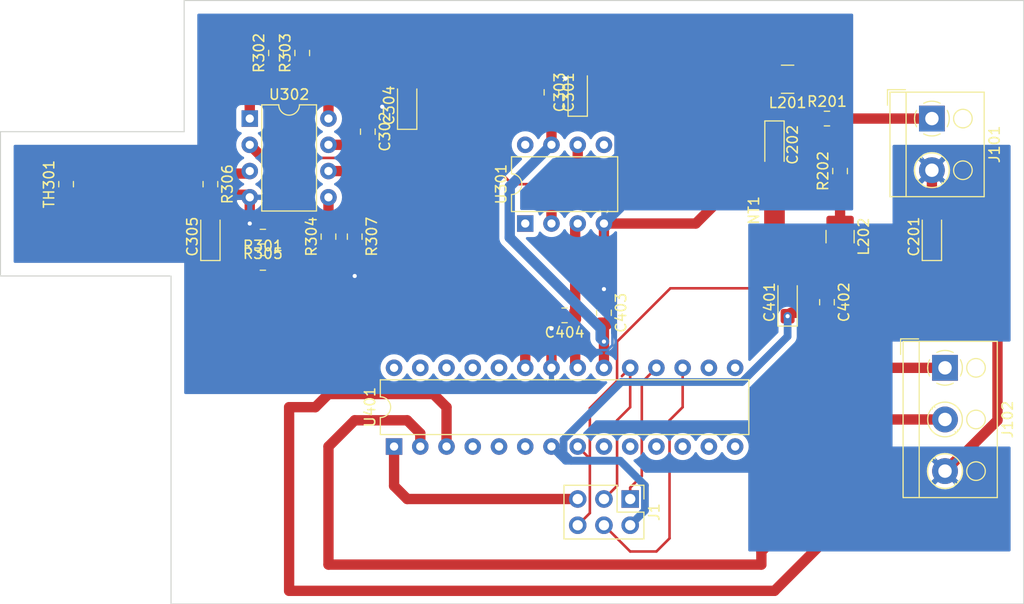
<source format=kicad_pcb>
(kicad_pcb (version 20171130) (host pcbnew "(5.1.4)-1")

  (general
    (thickness 1.6)
    (drawings 8)
    (tracks 199)
    (zones 0)
    (modules 30)
    (nets 42)
  )

  (page A4)
  (layers
    (0 F.Cu signal)
    (31 B.Cu signal)
    (32 B.Adhes user)
    (33 F.Adhes user)
    (34 B.Paste user)
    (35 F.Paste user)
    (36 B.SilkS user)
    (37 F.SilkS user)
    (38 B.Mask user)
    (39 F.Mask user)
    (40 Dwgs.User user)
    (41 Cmts.User user)
    (42 Eco1.User user)
    (43 Eco2.User user)
    (44 Edge.Cuts user)
    (45 Margin user)
    (46 B.CrtYd user)
    (47 F.CrtYd user)
    (48 B.Fab user)
    (49 F.Fab user)
  )

  (setup
    (last_trace_width 0.25)
    (user_trace_width 0.5)
    (user_trace_width 0.75)
    (user_trace_width 1)
    (trace_clearance 0.2)
    (zone_clearance 0.508)
    (zone_45_only no)
    (trace_min 0.2)
    (via_size 0.8)
    (via_drill 0.4)
    (via_min_size 0.4)
    (via_min_drill 0.3)
    (uvia_size 0.3)
    (uvia_drill 0.1)
    (uvias_allowed no)
    (uvia_min_size 0.2)
    (uvia_min_drill 0.1)
    (edge_width 0.05)
    (segment_width 0.2)
    (pcb_text_width 0.3)
    (pcb_text_size 1.5 1.5)
    (mod_edge_width 0.12)
    (mod_text_size 1 1)
    (mod_text_width 0.15)
    (pad_size 1.524 1.524)
    (pad_drill 0.762)
    (pad_to_mask_clearance 0.051)
    (solder_mask_min_width 0.25)
    (aux_axis_origin 0 0)
    (visible_elements 7FFFFFFF)
    (pcbplotparams
      (layerselection 0x010fc_ffffffff)
      (usegerberextensions false)
      (usegerberattributes false)
      (usegerberadvancedattributes false)
      (creategerberjobfile false)
      (excludeedgelayer true)
      (linewidth 0.100000)
      (plotframeref false)
      (viasonmask false)
      (mode 1)
      (useauxorigin false)
      (hpglpennumber 1)
      (hpglpenspeed 20)
      (hpglpendiameter 15.000000)
      (psnegative false)
      (psa4output false)
      (plotreference true)
      (plotvalue true)
      (plotinvisibletext false)
      (padsonsilk false)
      (subtractmaskfromsilk false)
      (outputformat 1)
      (mirror false)
      (drillshape 1)
      (scaleselection 1)
      (outputdirectory ""))
  )

  (net 0 "")
  (net 1 GNDD)
  (net 2 /adc/+5V_D)
  (net 3 /adc/+5V_A)
  (net 4 GNDA)
  (net 5 /sens_amp/Ref_B)
  (net 6 /adc/Ref_0)
  (net 7 "Net-(J1-Pad1)")
  (net 8 "Net-(J1-Pad3)")
  (net 9 "Net-(J1-Pad4)")
  (net 10 "Net-(J1-Pad5)")
  (net 11 /power/+5Vin)
  (net 12 /adc/RXD)
  (net 13 /adc/TXD)
  (net 14 "Net-(L201-Pad1)")
  (net 15 "Net-(L202-Pad1)")
  (net 16 "Net-(R301-Pad2)")
  (net 17 "Net-(R302-Pad2)")
  (net 18 "Net-(R302-Pad1)")
  (net 19 "Net-(R303-Pad1)")
  (net 20 "Net-(R304-Pad2)")
  (net 21 "Net-(R306-Pad1)")
  (net 22 "Net-(U301-Pad1)")
  (net 23 "Net-(U301-Pad5)")
  (net 24 "Net-(U301-Pad8)")
  (net 25 /adc/ADC_In)
  (net 26 "Net-(U401-Pad15)")
  (net 27 "Net-(U401-Pad16)")
  (net 28 "Net-(U401-Pad4)")
  (net 29 "Net-(U401-Pad5)")
  (net 30 "Net-(U401-Pad6)")
  (net 31 "Net-(U401-Pad9)")
  (net 32 "Net-(U401-Pad10)")
  (net 33 "Net-(U401-Pad24)")
  (net 34 "Net-(U401-Pad11)")
  (net 35 "Net-(U401-Pad25)")
  (net 36 "Net-(U401-Pad12)")
  (net 37 "Net-(U401-Pad26)")
  (net 38 "Net-(U401-Pad13)")
  (net 39 "Net-(U401-Pad27)")
  (net 40 "Net-(U401-Pad14)")
  (net 41 "Net-(U401-Pad28)")

  (net_class Default "This is the default net class."
    (clearance 0.2)
    (trace_width 0.25)
    (via_dia 0.8)
    (via_drill 0.4)
    (uvia_dia 0.3)
    (uvia_drill 0.1)
    (add_net /adc/+5V_A)
    (add_net /adc/+5V_D)
    (add_net /adc/ADC_In)
    (add_net /adc/RXD)
    (add_net /adc/Ref_0)
    (add_net /adc/TXD)
    (add_net /power/+5Vin)
    (add_net /sens_amp/Ref_B)
    (add_net GNDA)
    (add_net GNDD)
    (add_net "Net-(J1-Pad1)")
    (add_net "Net-(J1-Pad3)")
    (add_net "Net-(J1-Pad4)")
    (add_net "Net-(J1-Pad5)")
    (add_net "Net-(L201-Pad1)")
    (add_net "Net-(L202-Pad1)")
    (add_net "Net-(R301-Pad2)")
    (add_net "Net-(R302-Pad1)")
    (add_net "Net-(R302-Pad2)")
    (add_net "Net-(R303-Pad1)")
    (add_net "Net-(R304-Pad2)")
    (add_net "Net-(R306-Pad1)")
    (add_net "Net-(U301-Pad1)")
    (add_net "Net-(U301-Pad5)")
    (add_net "Net-(U301-Pad8)")
    (add_net "Net-(U401-Pad10)")
    (add_net "Net-(U401-Pad11)")
    (add_net "Net-(U401-Pad12)")
    (add_net "Net-(U401-Pad13)")
    (add_net "Net-(U401-Pad14)")
    (add_net "Net-(U401-Pad15)")
    (add_net "Net-(U401-Pad16)")
    (add_net "Net-(U401-Pad24)")
    (add_net "Net-(U401-Pad25)")
    (add_net "Net-(U401-Pad26)")
    (add_net "Net-(U401-Pad27)")
    (add_net "Net-(U401-Pad28)")
    (add_net "Net-(U401-Pad4)")
    (add_net "Net-(U401-Pad5)")
    (add_net "Net-(U401-Pad6)")
    (add_net "Net-(U401-Pad9)")
  )

  (module Capacitor_Tantalum_SMD:CP_EIA-3216-18_Kemet-A (layer F.Cu) (tedit 5B301BBE) (tstamp 5DC2E474)
    (at 185.42 121.92 90)
    (descr "Tantalum Capacitor SMD Kemet-A (3216-18 Metric), IPC_7351 nominal, (Body size from: http://www.kemet.com/Lists/ProductCatalog/Attachments/253/KEM_TC101_STD.pdf), generated with kicad-footprint-generator")
    (tags "capacitor tantalum")
    (path /5DB0637F/5DB46CCD)
    (attr smd)
    (fp_text reference C401 (at 0 -1.75 90) (layer F.SilkS)
      (effects (font (size 1 1) (thickness 0.15)))
    )
    (fp_text value 1u (at 0 1.75 90) (layer F.Fab)
      (effects (font (size 1 1) (thickness 0.15)))
    )
    (fp_text user %R (at 0 0 90) (layer F.Fab)
      (effects (font (size 0.8 0.8) (thickness 0.12)))
    )
    (fp_line (start 2.3 1.05) (end -2.3 1.05) (layer F.CrtYd) (width 0.05))
    (fp_line (start 2.3 -1.05) (end 2.3 1.05) (layer F.CrtYd) (width 0.05))
    (fp_line (start -2.3 -1.05) (end 2.3 -1.05) (layer F.CrtYd) (width 0.05))
    (fp_line (start -2.3 1.05) (end -2.3 -1.05) (layer F.CrtYd) (width 0.05))
    (fp_line (start -2.31 0.935) (end 1.6 0.935) (layer F.SilkS) (width 0.12))
    (fp_line (start -2.31 -0.935) (end -2.31 0.935) (layer F.SilkS) (width 0.12))
    (fp_line (start 1.6 -0.935) (end -2.31 -0.935) (layer F.SilkS) (width 0.12))
    (fp_line (start 1.6 0.8) (end 1.6 -0.8) (layer F.Fab) (width 0.1))
    (fp_line (start -1.6 0.8) (end 1.6 0.8) (layer F.Fab) (width 0.1))
    (fp_line (start -1.6 -0.4) (end -1.6 0.8) (layer F.Fab) (width 0.1))
    (fp_line (start -1.2 -0.8) (end -1.6 -0.4) (layer F.Fab) (width 0.1))
    (fp_line (start 1.6 -0.8) (end -1.2 -0.8) (layer F.Fab) (width 0.1))
    (pad 2 smd roundrect (at 1.35 0 90) (size 1.4 1.35) (layers F.Cu F.Paste F.Mask) (roundrect_rratio 0.185185)
      (net 1 GNDD))
    (pad 1 smd roundrect (at -1.35 0 90) (size 1.4 1.35) (layers F.Cu F.Paste F.Mask) (roundrect_rratio 0.185185)
      (net 2 /adc/+5V_D))
    (model ${KISYS3DMOD}/Capacitor_Tantalum_SMD.3dshapes/CP_EIA-3216-18_Kemet-A.wrl
      (at (xyz 0 0 0))
      (scale (xyz 1 1 1))
      (rotate (xyz 0 0 0))
    )
  )

  (module Capacitor_Tantalum_SMD:CP_EIA-3216-18_Kemet-A (layer F.Cu) (tedit 5B301BBE) (tstamp 5DC2E3F3)
    (at 199.39 115.57 90)
    (descr "Tantalum Capacitor SMD Kemet-A (3216-18 Metric), IPC_7351 nominal, (Body size from: http://www.kemet.com/Lists/ProductCatalog/Attachments/253/KEM_TC101_STD.pdf), generated with kicad-footprint-generator")
    (tags "capacitor tantalum")
    (path /5DB05FAA/5DB0F2EE)
    (attr smd)
    (fp_text reference C201 (at 0 -1.75 90) (layer F.SilkS)
      (effects (font (size 1 1) (thickness 0.15)))
    )
    (fp_text value 10uF (at 0 1.75 90) (layer F.Fab)
      (effects (font (size 1 1) (thickness 0.15)))
    )
    (fp_text user %R (at 0 0 90) (layer F.Fab)
      (effects (font (size 0.8 0.8) (thickness 0.12)))
    )
    (fp_line (start 2.3 1.05) (end -2.3 1.05) (layer F.CrtYd) (width 0.05))
    (fp_line (start 2.3 -1.05) (end 2.3 1.05) (layer F.CrtYd) (width 0.05))
    (fp_line (start -2.3 -1.05) (end 2.3 -1.05) (layer F.CrtYd) (width 0.05))
    (fp_line (start -2.3 1.05) (end -2.3 -1.05) (layer F.CrtYd) (width 0.05))
    (fp_line (start -2.31 0.935) (end 1.6 0.935) (layer F.SilkS) (width 0.12))
    (fp_line (start -2.31 -0.935) (end -2.31 0.935) (layer F.SilkS) (width 0.12))
    (fp_line (start 1.6 -0.935) (end -2.31 -0.935) (layer F.SilkS) (width 0.12))
    (fp_line (start 1.6 0.8) (end 1.6 -0.8) (layer F.Fab) (width 0.1))
    (fp_line (start -1.6 0.8) (end 1.6 0.8) (layer F.Fab) (width 0.1))
    (fp_line (start -1.6 -0.4) (end -1.6 0.8) (layer F.Fab) (width 0.1))
    (fp_line (start -1.2 -0.8) (end -1.6 -0.4) (layer F.Fab) (width 0.1))
    (fp_line (start 1.6 -0.8) (end -1.2 -0.8) (layer F.Fab) (width 0.1))
    (pad 2 smd roundrect (at 1.35 0 90) (size 1.4 1.35) (layers F.Cu F.Paste F.Mask) (roundrect_rratio 0.185185)
      (net 1 GNDD))
    (pad 1 smd roundrect (at -1.35 0 90) (size 1.4 1.35) (layers F.Cu F.Paste F.Mask) (roundrect_rratio 0.185185)
      (net 2 /adc/+5V_D))
    (model ${KISYS3DMOD}/Capacitor_Tantalum_SMD.3dshapes/CP_EIA-3216-18_Kemet-A.wrl
      (at (xyz 0 0 0))
      (scale (xyz 1 1 1))
      (rotate (xyz 0 0 0))
    )
  )

  (module Capacitor_Tantalum_SMD:CP_EIA-3216-18_Kemet-A (layer F.Cu) (tedit 5B301BBE) (tstamp 5DC2E406)
    (at 184.15 106.68 270)
    (descr "Tantalum Capacitor SMD Kemet-A (3216-18 Metric), IPC_7351 nominal, (Body size from: http://www.kemet.com/Lists/ProductCatalog/Attachments/253/KEM_TC101_STD.pdf), generated with kicad-footprint-generator")
    (tags "capacitor tantalum")
    (path /5DB05FAA/5DB0FBE9)
    (attr smd)
    (fp_text reference C202 (at 0 -1.75 90) (layer F.SilkS)
      (effects (font (size 1 1) (thickness 0.15)))
    )
    (fp_text value 10uF (at 0 1.75 90) (layer F.Fab)
      (effects (font (size 1 1) (thickness 0.15)))
    )
    (fp_line (start 1.6 -0.8) (end -1.2 -0.8) (layer F.Fab) (width 0.1))
    (fp_line (start -1.2 -0.8) (end -1.6 -0.4) (layer F.Fab) (width 0.1))
    (fp_line (start -1.6 -0.4) (end -1.6 0.8) (layer F.Fab) (width 0.1))
    (fp_line (start -1.6 0.8) (end 1.6 0.8) (layer F.Fab) (width 0.1))
    (fp_line (start 1.6 0.8) (end 1.6 -0.8) (layer F.Fab) (width 0.1))
    (fp_line (start 1.6 -0.935) (end -2.31 -0.935) (layer F.SilkS) (width 0.12))
    (fp_line (start -2.31 -0.935) (end -2.31 0.935) (layer F.SilkS) (width 0.12))
    (fp_line (start -2.31 0.935) (end 1.6 0.935) (layer F.SilkS) (width 0.12))
    (fp_line (start -2.3 1.05) (end -2.3 -1.05) (layer F.CrtYd) (width 0.05))
    (fp_line (start -2.3 -1.05) (end 2.3 -1.05) (layer F.CrtYd) (width 0.05))
    (fp_line (start 2.3 -1.05) (end 2.3 1.05) (layer F.CrtYd) (width 0.05))
    (fp_line (start 2.3 1.05) (end -2.3 1.05) (layer F.CrtYd) (width 0.05))
    (fp_text user %R (at 0 0 90) (layer F.Fab)
      (effects (font (size 0.8 0.8) (thickness 0.12)))
    )
    (pad 1 smd roundrect (at -1.35 0 270) (size 1.4 1.35) (layers F.Cu F.Paste F.Mask) (roundrect_rratio 0.185185)
      (net 3 /adc/+5V_A))
    (pad 2 smd roundrect (at 1.35 0 270) (size 1.4 1.35) (layers F.Cu F.Paste F.Mask) (roundrect_rratio 0.185185)
      (net 4 GNDA))
    (model ${KISYS3DMOD}/Capacitor_Tantalum_SMD.3dshapes/CP_EIA-3216-18_Kemet-A.wrl
      (at (xyz 0 0 0))
      (scale (xyz 1 1 1))
      (rotate (xyz 0 0 0))
    )
  )

  (module Capacitor_SMD:C_0805_2012Metric_Pad1.15x1.40mm_HandSolder (layer F.Cu) (tedit 5B36C52B) (tstamp 5DC2E417)
    (at 162.56 101.6 270)
    (descr "Capacitor SMD 0805 (2012 Metric), square (rectangular) end terminal, IPC_7351 nominal with elongated pad for handsoldering. (Body size source: https://docs.google.com/spreadsheets/d/1BsfQQcO9C6DZCsRaXUlFlo91Tg2WpOkGARC1WS5S8t0/edit?usp=sharing), generated with kicad-footprint-generator")
    (tags "capacitor handsolder")
    (path /5DB061CC/5DB2750A)
    (attr smd)
    (fp_text reference C301 (at 0 -1.65 90) (layer F.SilkS)
      (effects (font (size 1 1) (thickness 0.15)))
    )
    (fp_text value 100n (at 0 1.65 90) (layer F.Fab)
      (effects (font (size 1 1) (thickness 0.15)))
    )
    (fp_text user %R (at 0 0 90) (layer F.Fab)
      (effects (font (size 0.5 0.5) (thickness 0.08)))
    )
    (fp_line (start 1.85 0.95) (end -1.85 0.95) (layer F.CrtYd) (width 0.05))
    (fp_line (start 1.85 -0.95) (end 1.85 0.95) (layer F.CrtYd) (width 0.05))
    (fp_line (start -1.85 -0.95) (end 1.85 -0.95) (layer F.CrtYd) (width 0.05))
    (fp_line (start -1.85 0.95) (end -1.85 -0.95) (layer F.CrtYd) (width 0.05))
    (fp_line (start -0.261252 0.71) (end 0.261252 0.71) (layer F.SilkS) (width 0.12))
    (fp_line (start -0.261252 -0.71) (end 0.261252 -0.71) (layer F.SilkS) (width 0.12))
    (fp_line (start 1 0.6) (end -1 0.6) (layer F.Fab) (width 0.1))
    (fp_line (start 1 -0.6) (end 1 0.6) (layer F.Fab) (width 0.1))
    (fp_line (start -1 -0.6) (end 1 -0.6) (layer F.Fab) (width 0.1))
    (fp_line (start -1 0.6) (end -1 -0.6) (layer F.Fab) (width 0.1))
    (pad 2 smd roundrect (at 1.025 0 270) (size 1.15 1.4) (layers F.Cu F.Paste F.Mask) (roundrect_rratio 0.217391)
      (net 3 /adc/+5V_A))
    (pad 1 smd roundrect (at -1.025 0 270) (size 1.15 1.4) (layers F.Cu F.Paste F.Mask) (roundrect_rratio 0.217391)
      (net 4 GNDA))
    (model ${KISYS3DMOD}/Capacitor_SMD.3dshapes/C_0805_2012Metric.wrl
      (at (xyz 0 0 0))
      (scale (xyz 1 1 1))
      (rotate (xyz 0 0 0))
    )
  )

  (module Capacitor_SMD:C_0805_2012Metric_Pad1.15x1.40mm_HandSolder (layer F.Cu) (tedit 5B36C52B) (tstamp 5DC2E428)
    (at 144.78 105.41 270)
    (descr "Capacitor SMD 0805 (2012 Metric), square (rectangular) end terminal, IPC_7351 nominal with elongated pad for handsoldering. (Body size source: https://docs.google.com/spreadsheets/d/1BsfQQcO9C6DZCsRaXUlFlo91Tg2WpOkGARC1WS5S8t0/edit?usp=sharing), generated with kicad-footprint-generator")
    (tags "capacitor handsolder")
    (path /5DB061CC/5DB32ED6)
    (attr smd)
    (fp_text reference C302 (at 0 -1.65 90) (layer F.SilkS)
      (effects (font (size 1 1) (thickness 0.15)))
    )
    (fp_text value 100n (at 0 1.65 90) (layer F.Fab)
      (effects (font (size 1 1) (thickness 0.15)))
    )
    (fp_line (start -1 0.6) (end -1 -0.6) (layer F.Fab) (width 0.1))
    (fp_line (start -1 -0.6) (end 1 -0.6) (layer F.Fab) (width 0.1))
    (fp_line (start 1 -0.6) (end 1 0.6) (layer F.Fab) (width 0.1))
    (fp_line (start 1 0.6) (end -1 0.6) (layer F.Fab) (width 0.1))
    (fp_line (start -0.261252 -0.71) (end 0.261252 -0.71) (layer F.SilkS) (width 0.12))
    (fp_line (start -0.261252 0.71) (end 0.261252 0.71) (layer F.SilkS) (width 0.12))
    (fp_line (start -1.85 0.95) (end -1.85 -0.95) (layer F.CrtYd) (width 0.05))
    (fp_line (start -1.85 -0.95) (end 1.85 -0.95) (layer F.CrtYd) (width 0.05))
    (fp_line (start 1.85 -0.95) (end 1.85 0.95) (layer F.CrtYd) (width 0.05))
    (fp_line (start 1.85 0.95) (end -1.85 0.95) (layer F.CrtYd) (width 0.05))
    (fp_text user %R (at 0 0 90) (layer F.Fab)
      (effects (font (size 0.5 0.5) (thickness 0.08)))
    )
    (pad 1 smd roundrect (at -1.025 0 270) (size 1.15 1.4) (layers F.Cu F.Paste F.Mask) (roundrect_rratio 0.217391)
      (net 4 GNDA))
    (pad 2 smd roundrect (at 1.025 0 270) (size 1.15 1.4) (layers F.Cu F.Paste F.Mask) (roundrect_rratio 0.217391)
      (net 3 /adc/+5V_A))
    (model ${KISYS3DMOD}/Capacitor_SMD.3dshapes/C_0805_2012Metric.wrl
      (at (xyz 0 0 0))
      (scale (xyz 1 1 1))
      (rotate (xyz 0 0 0))
    )
  )

  (module Capacitor_Tantalum_SMD:CP_EIA-3216-18_Kemet-A (layer F.Cu) (tedit 5B301BBE) (tstamp 5DC2E43B)
    (at 165.1 101.6 90)
    (descr "Tantalum Capacitor SMD Kemet-A (3216-18 Metric), IPC_7351 nominal, (Body size from: http://www.kemet.com/Lists/ProductCatalog/Attachments/253/KEM_TC101_STD.pdf), generated with kicad-footprint-generator")
    (tags "capacitor tantalum")
    (path /5DB061CC/5DB129E8)
    (attr smd)
    (fp_text reference C303 (at 0 -1.75 90) (layer F.SilkS)
      (effects (font (size 1 1) (thickness 0.15)))
    )
    (fp_text value 10uF (at 0 1.75 90) (layer F.Fab)
      (effects (font (size 1 1) (thickness 0.15)))
    )
    (fp_text user %R (at 0 0 90) (layer F.Fab)
      (effects (font (size 0.8 0.8) (thickness 0.12)))
    )
    (fp_line (start 2.3 1.05) (end -2.3 1.05) (layer F.CrtYd) (width 0.05))
    (fp_line (start 2.3 -1.05) (end 2.3 1.05) (layer F.CrtYd) (width 0.05))
    (fp_line (start -2.3 -1.05) (end 2.3 -1.05) (layer F.CrtYd) (width 0.05))
    (fp_line (start -2.3 1.05) (end -2.3 -1.05) (layer F.CrtYd) (width 0.05))
    (fp_line (start -2.31 0.935) (end 1.6 0.935) (layer F.SilkS) (width 0.12))
    (fp_line (start -2.31 -0.935) (end -2.31 0.935) (layer F.SilkS) (width 0.12))
    (fp_line (start 1.6 -0.935) (end -2.31 -0.935) (layer F.SilkS) (width 0.12))
    (fp_line (start 1.6 0.8) (end 1.6 -0.8) (layer F.Fab) (width 0.1))
    (fp_line (start -1.6 0.8) (end 1.6 0.8) (layer F.Fab) (width 0.1))
    (fp_line (start -1.6 -0.4) (end -1.6 0.8) (layer F.Fab) (width 0.1))
    (fp_line (start -1.2 -0.8) (end -1.6 -0.4) (layer F.Fab) (width 0.1))
    (fp_line (start 1.6 -0.8) (end -1.2 -0.8) (layer F.Fab) (width 0.1))
    (pad 2 smd roundrect (at 1.35 0 90) (size 1.4 1.35) (layers F.Cu F.Paste F.Mask) (roundrect_rratio 0.185185)
      (net 4 GNDA))
    (pad 1 smd roundrect (at -1.35 0 90) (size 1.4 1.35) (layers F.Cu F.Paste F.Mask) (roundrect_rratio 0.185185)
      (net 3 /adc/+5V_A))
    (model ${KISYS3DMOD}/Capacitor_Tantalum_SMD.3dshapes/CP_EIA-3216-18_Kemet-A.wrl
      (at (xyz 0 0 0))
      (scale (xyz 1 1 1))
      (rotate (xyz 0 0 0))
    )
  )

  (module Capacitor_Tantalum_SMD:CP_EIA-3216-18_Kemet-A (layer F.Cu) (tedit 5B301BBE) (tstamp 5DC2E44E)
    (at 148.59 102.87 90)
    (descr "Tantalum Capacitor SMD Kemet-A (3216-18 Metric), IPC_7351 nominal, (Body size from: http://www.kemet.com/Lists/ProductCatalog/Attachments/253/KEM_TC101_STD.pdf), generated with kicad-footprint-generator")
    (tags "capacitor tantalum")
    (path /5DB061CC/5DB17E55)
    (attr smd)
    (fp_text reference C304 (at 0 -1.75 90) (layer F.SilkS)
      (effects (font (size 1 1) (thickness 0.15)))
    )
    (fp_text value 10uF (at 0 1.75 90) (layer F.Fab)
      (effects (font (size 1 1) (thickness 0.15)))
    )
    (fp_text user %R (at 0 0 90) (layer F.Fab)
      (effects (font (size 0.8 0.8) (thickness 0.12)))
    )
    (fp_line (start 2.3 1.05) (end -2.3 1.05) (layer F.CrtYd) (width 0.05))
    (fp_line (start 2.3 -1.05) (end 2.3 1.05) (layer F.CrtYd) (width 0.05))
    (fp_line (start -2.3 -1.05) (end 2.3 -1.05) (layer F.CrtYd) (width 0.05))
    (fp_line (start -2.3 1.05) (end -2.3 -1.05) (layer F.CrtYd) (width 0.05))
    (fp_line (start -2.31 0.935) (end 1.6 0.935) (layer F.SilkS) (width 0.12))
    (fp_line (start -2.31 -0.935) (end -2.31 0.935) (layer F.SilkS) (width 0.12))
    (fp_line (start 1.6 -0.935) (end -2.31 -0.935) (layer F.SilkS) (width 0.12))
    (fp_line (start 1.6 0.8) (end 1.6 -0.8) (layer F.Fab) (width 0.1))
    (fp_line (start -1.6 0.8) (end 1.6 0.8) (layer F.Fab) (width 0.1))
    (fp_line (start -1.6 -0.4) (end -1.6 0.8) (layer F.Fab) (width 0.1))
    (fp_line (start -1.2 -0.8) (end -1.6 -0.4) (layer F.Fab) (width 0.1))
    (fp_line (start 1.6 -0.8) (end -1.2 -0.8) (layer F.Fab) (width 0.1))
    (pad 2 smd roundrect (at 1.35 0 90) (size 1.4 1.35) (layers F.Cu F.Paste F.Mask) (roundrect_rratio 0.185185)
      (net 4 GNDA))
    (pad 1 smd roundrect (at -1.35 0 90) (size 1.4 1.35) (layers F.Cu F.Paste F.Mask) (roundrect_rratio 0.185185)
      (net 3 /adc/+5V_A))
    (model ${KISYS3DMOD}/Capacitor_Tantalum_SMD.3dshapes/CP_EIA-3216-18_Kemet-A.wrl
      (at (xyz 0 0 0))
      (scale (xyz 1 1 1))
      (rotate (xyz 0 0 0))
    )
  )

  (module Capacitor_Tantalum_SMD:CP_EIA-3216-18_Kemet-A (layer F.Cu) (tedit 5B301BBE) (tstamp 5DC2E461)
    (at 129.54 115.57 90)
    (descr "Tantalum Capacitor SMD Kemet-A (3216-18 Metric), IPC_7351 nominal, (Body size from: http://www.kemet.com/Lists/ProductCatalog/Attachments/253/KEM_TC101_STD.pdf), generated with kicad-footprint-generator")
    (tags "capacitor tantalum")
    (path /5DB061CC/5DB1509B)
    (attr smd)
    (fp_text reference C305 (at 0 -1.75 90) (layer F.SilkS)
      (effects (font (size 1 1) (thickness 0.15)))
    )
    (fp_text value 10uF (at 0 1.75 90) (layer F.Fab)
      (effects (font (size 1 1) (thickness 0.15)))
    )
    (fp_line (start 1.6 -0.8) (end -1.2 -0.8) (layer F.Fab) (width 0.1))
    (fp_line (start -1.2 -0.8) (end -1.6 -0.4) (layer F.Fab) (width 0.1))
    (fp_line (start -1.6 -0.4) (end -1.6 0.8) (layer F.Fab) (width 0.1))
    (fp_line (start -1.6 0.8) (end 1.6 0.8) (layer F.Fab) (width 0.1))
    (fp_line (start 1.6 0.8) (end 1.6 -0.8) (layer F.Fab) (width 0.1))
    (fp_line (start 1.6 -0.935) (end -2.31 -0.935) (layer F.SilkS) (width 0.12))
    (fp_line (start -2.31 -0.935) (end -2.31 0.935) (layer F.SilkS) (width 0.12))
    (fp_line (start -2.31 0.935) (end 1.6 0.935) (layer F.SilkS) (width 0.12))
    (fp_line (start -2.3 1.05) (end -2.3 -1.05) (layer F.CrtYd) (width 0.05))
    (fp_line (start -2.3 -1.05) (end 2.3 -1.05) (layer F.CrtYd) (width 0.05))
    (fp_line (start 2.3 -1.05) (end 2.3 1.05) (layer F.CrtYd) (width 0.05))
    (fp_line (start 2.3 1.05) (end -2.3 1.05) (layer F.CrtYd) (width 0.05))
    (fp_text user %R (at 0 0 90) (layer F.Fab)
      (effects (font (size 0.8 0.8) (thickness 0.12)))
    )
    (pad 1 smd roundrect (at -1.35 0 90) (size 1.4 1.35) (layers F.Cu F.Paste F.Mask) (roundrect_rratio 0.185185)
      (net 5 /sens_amp/Ref_B))
    (pad 2 smd roundrect (at 1.35 0 90) (size 1.4 1.35) (layers F.Cu F.Paste F.Mask) (roundrect_rratio 0.185185)
      (net 4 GNDA))
    (model ${KISYS3DMOD}/Capacitor_Tantalum_SMD.3dshapes/CP_EIA-3216-18_Kemet-A.wrl
      (at (xyz 0 0 0))
      (scale (xyz 1 1 1))
      (rotate (xyz 0 0 0))
    )
  )

  (module Capacitor_SMD:C_0805_2012Metric_Pad1.15x1.40mm_HandSolder (layer F.Cu) (tedit 5B36C52B) (tstamp 5DC34140)
    (at 189.23 121.92 270)
    (descr "Capacitor SMD 0805 (2012 Metric), square (rectangular) end terminal, IPC_7351 nominal with elongated pad for handsoldering. (Body size source: https://docs.google.com/spreadsheets/d/1BsfQQcO9C6DZCsRaXUlFlo91Tg2WpOkGARC1WS5S8t0/edit?usp=sharing), generated with kicad-footprint-generator")
    (tags "capacitor handsolder")
    (path /5DB0637F/5DB46575)
    (attr smd)
    (fp_text reference C402 (at 0 -1.65 90) (layer F.SilkS)
      (effects (font (size 1 1) (thickness 0.15)))
    )
    (fp_text value 100n (at 0 1.65 90) (layer F.Fab)
      (effects (font (size 1 1) (thickness 0.15)))
    )
    (fp_line (start -1 0.6) (end -1 -0.6) (layer F.Fab) (width 0.1))
    (fp_line (start -1 -0.6) (end 1 -0.6) (layer F.Fab) (width 0.1))
    (fp_line (start 1 -0.6) (end 1 0.6) (layer F.Fab) (width 0.1))
    (fp_line (start 1 0.6) (end -1 0.6) (layer F.Fab) (width 0.1))
    (fp_line (start -0.261252 -0.71) (end 0.261252 -0.71) (layer F.SilkS) (width 0.12))
    (fp_line (start -0.261252 0.71) (end 0.261252 0.71) (layer F.SilkS) (width 0.12))
    (fp_line (start -1.85 0.95) (end -1.85 -0.95) (layer F.CrtYd) (width 0.05))
    (fp_line (start -1.85 -0.95) (end 1.85 -0.95) (layer F.CrtYd) (width 0.05))
    (fp_line (start 1.85 -0.95) (end 1.85 0.95) (layer F.CrtYd) (width 0.05))
    (fp_line (start 1.85 0.95) (end -1.85 0.95) (layer F.CrtYd) (width 0.05))
    (fp_text user %R (at 0 0 90) (layer F.Fab)
      (effects (font (size 0.5 0.5) (thickness 0.08)))
    )
    (pad 1 smd roundrect (at -1.025 0 270) (size 1.15 1.4) (layers F.Cu F.Paste F.Mask) (roundrect_rratio 0.217391)
      (net 1 GNDD))
    (pad 2 smd roundrect (at 1.025 0 270) (size 1.15 1.4) (layers F.Cu F.Paste F.Mask) (roundrect_rratio 0.217391)
      (net 2 /adc/+5V_D))
    (model ${KISYS3DMOD}/Capacitor_SMD.3dshapes/C_0805_2012Metric.wrl
      (at (xyz 0 0 0))
      (scale (xyz 1 1 1))
      (rotate (xyz 0 0 0))
    )
  )

  (module Capacitor_SMD:C_0805_2012Metric_Pad1.15x1.40mm_HandSolder (layer F.Cu) (tedit 5B36C52B) (tstamp 5DC2E496)
    (at 167.64 122.945 270)
    (descr "Capacitor SMD 0805 (2012 Metric), square (rectangular) end terminal, IPC_7351 nominal with elongated pad for handsoldering. (Body size source: https://docs.google.com/spreadsheets/d/1BsfQQcO9C6DZCsRaXUlFlo91Tg2WpOkGARC1WS5S8t0/edit?usp=sharing), generated with kicad-footprint-generator")
    (tags "capacitor handsolder")
    (path /5DB0637F/5DB45A25)
    (attr smd)
    (fp_text reference C403 (at 0 -1.65 90) (layer F.SilkS)
      (effects (font (size 1 1) (thickness 0.15)))
    )
    (fp_text value 100n (at 0 1.65 90) (layer F.Fab)
      (effects (font (size 1 1) (thickness 0.15)))
    )
    (fp_text user %R (at 0 0 90) (layer F.Fab)
      (effects (font (size 0.5 0.5) (thickness 0.08)))
    )
    (fp_line (start 1.85 0.95) (end -1.85 0.95) (layer F.CrtYd) (width 0.05))
    (fp_line (start 1.85 -0.95) (end 1.85 0.95) (layer F.CrtYd) (width 0.05))
    (fp_line (start -1.85 -0.95) (end 1.85 -0.95) (layer F.CrtYd) (width 0.05))
    (fp_line (start -1.85 0.95) (end -1.85 -0.95) (layer F.CrtYd) (width 0.05))
    (fp_line (start -0.261252 0.71) (end 0.261252 0.71) (layer F.SilkS) (width 0.12))
    (fp_line (start -0.261252 -0.71) (end 0.261252 -0.71) (layer F.SilkS) (width 0.12))
    (fp_line (start 1 0.6) (end -1 0.6) (layer F.Fab) (width 0.1))
    (fp_line (start 1 -0.6) (end 1 0.6) (layer F.Fab) (width 0.1))
    (fp_line (start -1 -0.6) (end 1 -0.6) (layer F.Fab) (width 0.1))
    (fp_line (start -1 0.6) (end -1 -0.6) (layer F.Fab) (width 0.1))
    (pad 2 smd roundrect (at 1.025 0 270) (size 1.15 1.4) (layers F.Cu F.Paste F.Mask) (roundrect_rratio 0.217391)
      (net 3 /adc/+5V_A))
    (pad 1 smd roundrect (at -1.025 0 270) (size 1.15 1.4) (layers F.Cu F.Paste F.Mask) (roundrect_rratio 0.217391)
      (net 4 GNDA))
    (model ${KISYS3DMOD}/Capacitor_SMD.3dshapes/C_0805_2012Metric.wrl
      (at (xyz 0 0 0))
      (scale (xyz 1 1 1))
      (rotate (xyz 0 0 0))
    )
  )

  (module Capacitor_SMD:C_0805_2012Metric_Pad1.15x1.40mm_HandSolder (layer F.Cu) (tedit 5B36C52B) (tstamp 5DC2E4A7)
    (at 163.83 123.19 180)
    (descr "Capacitor SMD 0805 (2012 Metric), square (rectangular) end terminal, IPC_7351 nominal with elongated pad for handsoldering. (Body size source: https://docs.google.com/spreadsheets/d/1BsfQQcO9C6DZCsRaXUlFlo91Tg2WpOkGARC1WS5S8t0/edit?usp=sharing), generated with kicad-footprint-generator")
    (tags "capacitor handsolder")
    (path /5DB0637F/5DB40D12)
    (attr smd)
    (fp_text reference C404 (at 0 -1.65) (layer F.SilkS)
      (effects (font (size 1 1) (thickness 0.15)))
    )
    (fp_text value 10n (at 0 1.65) (layer F.Fab)
      (effects (font (size 1 1) (thickness 0.15)))
    )
    (fp_line (start -1 0.6) (end -1 -0.6) (layer F.Fab) (width 0.1))
    (fp_line (start -1 -0.6) (end 1 -0.6) (layer F.Fab) (width 0.1))
    (fp_line (start 1 -0.6) (end 1 0.6) (layer F.Fab) (width 0.1))
    (fp_line (start 1 0.6) (end -1 0.6) (layer F.Fab) (width 0.1))
    (fp_line (start -0.261252 -0.71) (end 0.261252 -0.71) (layer F.SilkS) (width 0.12))
    (fp_line (start -0.261252 0.71) (end 0.261252 0.71) (layer F.SilkS) (width 0.12))
    (fp_line (start -1.85 0.95) (end -1.85 -0.95) (layer F.CrtYd) (width 0.05))
    (fp_line (start -1.85 -0.95) (end 1.85 -0.95) (layer F.CrtYd) (width 0.05))
    (fp_line (start 1.85 -0.95) (end 1.85 0.95) (layer F.CrtYd) (width 0.05))
    (fp_line (start 1.85 0.95) (end -1.85 0.95) (layer F.CrtYd) (width 0.05))
    (fp_text user %R (at 0 0) (layer F.Fab)
      (effects (font (size 0.5 0.5) (thickness 0.08)))
    )
    (pad 1 smd roundrect (at -1.025 0 180) (size 1.15 1.4) (layers F.Cu F.Paste F.Mask) (roundrect_rratio 0.217391)
      (net 6 /adc/Ref_0))
    (pad 2 smd roundrect (at 1.025 0 180) (size 1.15 1.4) (layers F.Cu F.Paste F.Mask) (roundrect_rratio 0.217391)
      (net 4 GNDA))
    (model ${KISYS3DMOD}/Capacitor_SMD.3dshapes/C_0805_2012Metric.wrl
      (at (xyz 0 0 0))
      (scale (xyz 1 1 1))
      (rotate (xyz 0 0 0))
    )
  )

  (module Connector_PinHeader_2.54mm:PinHeader_2x03_P2.54mm_Vertical (layer F.Cu) (tedit 59FED5CC) (tstamp 5DC2E4C3)
    (at 170.18 140.97 270)
    (descr "Through hole straight pin header, 2x03, 2.54mm pitch, double rows")
    (tags "Through hole pin header THT 2x03 2.54mm double row")
    (path /5DB0637F/5DB41CE4)
    (fp_text reference J1 (at 1.27 -2.33 90) (layer F.SilkS)
      (effects (font (size 1 1) (thickness 0.15)))
    )
    (fp_text value Conn_02x03_Odd_Even (at 1.27 7.41 90) (layer F.Fab)
      (effects (font (size 1 1) (thickness 0.15)))
    )
    (fp_line (start 0 -1.27) (end 3.81 -1.27) (layer F.Fab) (width 0.1))
    (fp_line (start 3.81 -1.27) (end 3.81 6.35) (layer F.Fab) (width 0.1))
    (fp_line (start 3.81 6.35) (end -1.27 6.35) (layer F.Fab) (width 0.1))
    (fp_line (start -1.27 6.35) (end -1.27 0) (layer F.Fab) (width 0.1))
    (fp_line (start -1.27 0) (end 0 -1.27) (layer F.Fab) (width 0.1))
    (fp_line (start -1.33 6.41) (end 3.87 6.41) (layer F.SilkS) (width 0.12))
    (fp_line (start -1.33 1.27) (end -1.33 6.41) (layer F.SilkS) (width 0.12))
    (fp_line (start 3.87 -1.33) (end 3.87 6.41) (layer F.SilkS) (width 0.12))
    (fp_line (start -1.33 1.27) (end 1.27 1.27) (layer F.SilkS) (width 0.12))
    (fp_line (start 1.27 1.27) (end 1.27 -1.33) (layer F.SilkS) (width 0.12))
    (fp_line (start 1.27 -1.33) (end 3.87 -1.33) (layer F.SilkS) (width 0.12))
    (fp_line (start -1.33 0) (end -1.33 -1.33) (layer F.SilkS) (width 0.12))
    (fp_line (start -1.33 -1.33) (end 0 -1.33) (layer F.SilkS) (width 0.12))
    (fp_line (start -1.8 -1.8) (end -1.8 6.85) (layer F.CrtYd) (width 0.05))
    (fp_line (start -1.8 6.85) (end 4.35 6.85) (layer F.CrtYd) (width 0.05))
    (fp_line (start 4.35 6.85) (end 4.35 -1.8) (layer F.CrtYd) (width 0.05))
    (fp_line (start 4.35 -1.8) (end -1.8 -1.8) (layer F.CrtYd) (width 0.05))
    (fp_text user %R (at 1.27 2.54) (layer F.Fab)
      (effects (font (size 1 1) (thickness 0.15)))
    )
    (pad 1 thru_hole rect (at 0 0 270) (size 1.7 1.7) (drill 1) (layers *.Cu *.Mask)
      (net 7 "Net-(J1-Pad1)"))
    (pad 2 thru_hole oval (at 2.54 0 270) (size 1.7 1.7) (drill 1) (layers *.Cu *.Mask)
      (net 2 /adc/+5V_D))
    (pad 3 thru_hole oval (at 0 2.54 270) (size 1.7 1.7) (drill 1) (layers *.Cu *.Mask)
      (net 8 "Net-(J1-Pad3)"))
    (pad 4 thru_hole oval (at 2.54 2.54 270) (size 1.7 1.7) (drill 1) (layers *.Cu *.Mask)
      (net 9 "Net-(J1-Pad4)"))
    (pad 5 thru_hole oval (at 0 5.08 270) (size 1.7 1.7) (drill 1) (layers *.Cu *.Mask)
      (net 10 "Net-(J1-Pad5)"))
    (pad 6 thru_hole oval (at 2.54 5.08 270) (size 1.7 1.7) (drill 1) (layers *.Cu *.Mask)
      (net 1 GNDD))
    (model ${KISYS3DMOD}/Connector_PinHeader_2.54mm.3dshapes/PinHeader_2x03_P2.54mm_Vertical.wrl
      (at (xyz 0 0 0))
      (scale (xyz 1 1 1))
      (rotate (xyz 0 0 0))
    )
  )

  (module TerminalBlock_RND:TerminalBlock_RND_205-00001_1x02_P5.00mm_Horizontal (layer F.Cu) (tedit 5B294F8C) (tstamp 5DC2E4EF)
    (at 199.39 104.14 270)
    (descr "terminal block RND 205-00001, 2 pins, pitch 5mm, size 10x9mm^2, drill diamater 1.3mm, pad diameter 2.5mm, see http://cdn-reichelt.de/documents/datenblatt/C151/RND_205-00001_DB_EN.pdf, script-generated using https://github.com/pointhi/kicad-footprint-generator/scripts/TerminalBlock_RND")
    (tags "THT terminal block RND 205-00001 pitch 5mm size 10x9mm^2 drill 1.3mm pad 2.5mm")
    (path /5DBA79DD)
    (fp_text reference J101 (at 2.5 -6.06 90) (layer F.SilkS)
      (effects (font (size 1 1) (thickness 0.15)))
    )
    (fp_text value Screw_Terminal_01x02 (at 2.5 5.06 90) (layer F.Fab)
      (effects (font (size 1 1) (thickness 0.15)))
    )
    (fp_text user %R (at 2.5 -6.06 90) (layer F.Fab)
      (effects (font (size 1 1) (thickness 0.15)))
    )
    (fp_line (start 8 -5.5) (end -3 -5.5) (layer F.CrtYd) (width 0.05))
    (fp_line (start 8 4.5) (end 8 -5.5) (layer F.CrtYd) (width 0.05))
    (fp_line (start -3 4.5) (end 8 4.5) (layer F.CrtYd) (width 0.05))
    (fp_line (start -3 -5.5) (end -3 4.5) (layer F.CrtYd) (width 0.05))
    (fp_line (start -2.8 4.3) (end -1.3 4.3) (layer F.SilkS) (width 0.12))
    (fp_line (start -2.8 2.56) (end -2.8 4.3) (layer F.SilkS) (width 0.12))
    (fp_line (start 3.82 0.976) (end 3.726 1.069) (layer F.SilkS) (width 0.12))
    (fp_line (start 6.07 -1.275) (end 6.011 -1.216) (layer F.SilkS) (width 0.12))
    (fp_line (start 3.99 1.216) (end 3.931 1.274) (layer F.SilkS) (width 0.12))
    (fp_line (start 6.275 -1.069) (end 6.181 -0.976) (layer F.SilkS) (width 0.12))
    (fp_line (start 5.955 -1.138) (end 3.863 0.955) (layer F.Fab) (width 0.1))
    (fp_line (start 6.138 -0.955) (end 4.046 1.138) (layer F.Fab) (width 0.1))
    (fp_line (start 0.955 -1.138) (end -1.138 0.955) (layer F.Fab) (width 0.1))
    (fp_line (start 1.138 -0.955) (end -0.955 1.138) (layer F.Fab) (width 0.1))
    (fp_line (start 7.56 -5.06) (end 7.56 4.06) (layer F.SilkS) (width 0.12))
    (fp_line (start -2.56 -5.06) (end -2.56 4.06) (layer F.SilkS) (width 0.12))
    (fp_line (start -2.56 4.06) (end 7.56 4.06) (layer F.SilkS) (width 0.12))
    (fp_line (start -2.56 -5.06) (end 7.56 -5.06) (layer F.SilkS) (width 0.12))
    (fp_line (start -2.56 2.5) (end 7.56 2.5) (layer F.SilkS) (width 0.12))
    (fp_line (start -2.5 2.5) (end 7.5 2.5) (layer F.Fab) (width 0.1))
    (fp_line (start -2.5 2.5) (end -2.5 -5) (layer F.Fab) (width 0.1))
    (fp_line (start -1 4) (end -2.5 2.5) (layer F.Fab) (width 0.1))
    (fp_line (start 7.5 4) (end -1 4) (layer F.Fab) (width 0.1))
    (fp_line (start 7.5 -5) (end 7.5 4) (layer F.Fab) (width 0.1))
    (fp_line (start -2.5 -5) (end 7.5 -5) (layer F.Fab) (width 0.1))
    (fp_circle (center 5 -3) (end 5.9 -3) (layer F.SilkS) (width 0.12))
    (fp_circle (center 5 -3) (end 5.9 -3) (layer F.Fab) (width 0.1))
    (fp_circle (center 5 0) (end 6.68 0) (layer F.SilkS) (width 0.12))
    (fp_circle (center 5 0) (end 6.5 0) (layer F.Fab) (width 0.1))
    (fp_circle (center 0 -3) (end 0.9 -3) (layer F.SilkS) (width 0.12))
    (fp_circle (center 0 -3) (end 0.9 -3) (layer F.Fab) (width 0.1))
    (fp_circle (center 0 0) (end 1.5 0) (layer F.Fab) (width 0.1))
    (fp_arc (start 0 0) (end -0.789 1.484) (angle -29) (layer F.SilkS) (width 0.12))
    (fp_arc (start 0 0) (end -1.484 -0.789) (angle -56) (layer F.SilkS) (width 0.12))
    (fp_arc (start 0 0) (end 0.789 -1.484) (angle -56) (layer F.SilkS) (width 0.12))
    (fp_arc (start 0 0) (end 1.484 0.789) (angle -56) (layer F.SilkS) (width 0.12))
    (fp_arc (start 0 0) (end 0 1.68) (angle -28) (layer F.SilkS) (width 0.12))
    (pad 2 thru_hole circle (at 5 0 270) (size 2.5 2.5) (drill 1.3) (layers *.Cu *.Mask)
      (net 1 GNDD))
    (pad 1 thru_hole rect (at 0 0 270) (size 2.5 2.5) (drill 1.3) (layers *.Cu *.Mask)
      (net 11 /power/+5Vin))
    (model ${KISYS3DMOD}/TerminalBlock_RND.3dshapes/TerminalBlock_RND_205-00001_1x02_P5.00mm_Horizontal.wrl
      (at (xyz 0 0 0))
      (scale (xyz 1 1 1))
      (rotate (xyz 0 0 0))
    )
  )

  (module TerminalBlock_RND:TerminalBlock_RND_205-00002_1x03_P5.00mm_Horizontal (layer F.Cu) (tedit 5B294F8C) (tstamp 5DC2E526)
    (at 200.66 128.27 270)
    (descr "terminal block RND 205-00002, 3 pins, pitch 5mm, size 15x9mm^2, drill diamater 1.3mm, pad diameter 2.5mm, see http://cdn-reichelt.de/documents/datenblatt/C151/RND_205-00001_DB_EN.pdf, script-generated using https://github.com/pointhi/kicad-footprint-generator/scripts/TerminalBlock_RND")
    (tags "THT terminal block RND 205-00002 pitch 5mm size 15x9mm^2 drill 1.3mm pad 2.5mm")
    (path /5DBAB304)
    (fp_text reference J102 (at 5 -6.06 90) (layer F.SilkS)
      (effects (font (size 1 1) (thickness 0.15)))
    )
    (fp_text value Screw_Terminal_01x03 (at 5 5.06 90) (layer F.Fab)
      (effects (font (size 1 1) (thickness 0.15)))
    )
    (fp_arc (start 0 0) (end 0 1.68) (angle -28) (layer F.SilkS) (width 0.12))
    (fp_arc (start 0 0) (end 1.484 0.789) (angle -56) (layer F.SilkS) (width 0.12))
    (fp_arc (start 0 0) (end 0.789 -1.484) (angle -56) (layer F.SilkS) (width 0.12))
    (fp_arc (start 0 0) (end -1.484 -0.789) (angle -56) (layer F.SilkS) (width 0.12))
    (fp_arc (start 0 0) (end -0.789 1.484) (angle -29) (layer F.SilkS) (width 0.12))
    (fp_circle (center 0 0) (end 1.5 0) (layer F.Fab) (width 0.1))
    (fp_circle (center 0 -3) (end 0.9 -3) (layer F.Fab) (width 0.1))
    (fp_circle (center 0 -3) (end 0.9 -3) (layer F.SilkS) (width 0.12))
    (fp_circle (center 5 0) (end 6.5 0) (layer F.Fab) (width 0.1))
    (fp_circle (center 5 0) (end 6.68 0) (layer F.SilkS) (width 0.12))
    (fp_circle (center 5 -3) (end 5.9 -3) (layer F.Fab) (width 0.1))
    (fp_circle (center 5 -3) (end 5.9 -3) (layer F.SilkS) (width 0.12))
    (fp_circle (center 10 0) (end 11.5 0) (layer F.Fab) (width 0.1))
    (fp_circle (center 10 0) (end 11.68 0) (layer F.SilkS) (width 0.12))
    (fp_circle (center 10 -3) (end 10.9 -3) (layer F.Fab) (width 0.1))
    (fp_circle (center 10 -3) (end 10.9 -3) (layer F.SilkS) (width 0.12))
    (fp_line (start -2.5 -5) (end 12.5 -5) (layer F.Fab) (width 0.1))
    (fp_line (start 12.5 -5) (end 12.5 4) (layer F.Fab) (width 0.1))
    (fp_line (start 12.5 4) (end -1 4) (layer F.Fab) (width 0.1))
    (fp_line (start -1 4) (end -2.5 2.5) (layer F.Fab) (width 0.1))
    (fp_line (start -2.5 2.5) (end -2.5 -5) (layer F.Fab) (width 0.1))
    (fp_line (start -2.5 2.5) (end 12.5 2.5) (layer F.Fab) (width 0.1))
    (fp_line (start -2.56 2.5) (end 12.56 2.5) (layer F.SilkS) (width 0.12))
    (fp_line (start -2.56 -5.06) (end 12.56 -5.06) (layer F.SilkS) (width 0.12))
    (fp_line (start -2.56 4.06) (end 12.56 4.06) (layer F.SilkS) (width 0.12))
    (fp_line (start -2.56 -5.06) (end -2.56 4.06) (layer F.SilkS) (width 0.12))
    (fp_line (start 12.56 -5.06) (end 12.56 4.06) (layer F.SilkS) (width 0.12))
    (fp_line (start 1.138 -0.955) (end -0.955 1.138) (layer F.Fab) (width 0.1))
    (fp_line (start 0.955 -1.138) (end -1.138 0.955) (layer F.Fab) (width 0.1))
    (fp_line (start 6.138 -0.955) (end 4.046 1.138) (layer F.Fab) (width 0.1))
    (fp_line (start 5.955 -1.138) (end 3.863 0.955) (layer F.Fab) (width 0.1))
    (fp_line (start 6.275 -1.069) (end 6.181 -0.976) (layer F.SilkS) (width 0.12))
    (fp_line (start 3.99 1.216) (end 3.931 1.274) (layer F.SilkS) (width 0.12))
    (fp_line (start 6.07 -1.275) (end 6.011 -1.216) (layer F.SilkS) (width 0.12))
    (fp_line (start 3.82 0.976) (end 3.726 1.069) (layer F.SilkS) (width 0.12))
    (fp_line (start 11.138 -0.955) (end 9.046 1.138) (layer F.Fab) (width 0.1))
    (fp_line (start 10.955 -1.138) (end 8.863 0.955) (layer F.Fab) (width 0.1))
    (fp_line (start 11.275 -1.069) (end 11.181 -0.976) (layer F.SilkS) (width 0.12))
    (fp_line (start 8.99 1.216) (end 8.931 1.274) (layer F.SilkS) (width 0.12))
    (fp_line (start 11.07 -1.275) (end 11.011 -1.216) (layer F.SilkS) (width 0.12))
    (fp_line (start 8.82 0.976) (end 8.726 1.069) (layer F.SilkS) (width 0.12))
    (fp_line (start -2.8 2.56) (end -2.8 4.3) (layer F.SilkS) (width 0.12))
    (fp_line (start -2.8 4.3) (end -1.3 4.3) (layer F.SilkS) (width 0.12))
    (fp_line (start -3 -5.5) (end -3 4.5) (layer F.CrtYd) (width 0.05))
    (fp_line (start -3 4.5) (end 13 4.5) (layer F.CrtYd) (width 0.05))
    (fp_line (start 13 4.5) (end 13 -5.5) (layer F.CrtYd) (width 0.05))
    (fp_line (start 13 -5.5) (end -3 -5.5) (layer F.CrtYd) (width 0.05))
    (fp_text user %R (at 5 -6.06 90) (layer F.Fab)
      (effects (font (size 1 1) (thickness 0.15)))
    )
    (pad 1 thru_hole rect (at 0 0 270) (size 2.5 2.5) (drill 1.3) (layers *.Cu *.Mask)
      (net 12 /adc/RXD))
    (pad 2 thru_hole circle (at 5 0 270) (size 2.5 2.5) (drill 1.3) (layers *.Cu *.Mask)
      (net 13 /adc/TXD))
    (pad 3 thru_hole circle (at 10 0 270) (size 2.5 2.5) (drill 1.3) (layers *.Cu *.Mask)
      (net 1 GNDD))
    (model ${KISYS3DMOD}/TerminalBlock_RND.3dshapes/TerminalBlock_RND_205-00002_1x03_P5.00mm_Horizontal.wrl
      (at (xyz 0 0 0))
      (scale (xyz 1 1 1))
      (rotate (xyz 0 0 0))
    )
  )

  (module Inductor_SMD:L_1210_3225Metric (layer F.Cu) (tedit 5B301BBE) (tstamp 5DC31240)
    (at 185.42 100.33 180)
    (descr "Inductor SMD 1210 (3225 Metric), square (rectangular) end terminal, IPC_7351 nominal, (Body size source: http://www.tortai-tech.com/upload/download/2011102023233369053.pdf), generated with kicad-footprint-generator")
    (tags inductor)
    (path /5DB05FAA/5DB07F36)
    (attr smd)
    (fp_text reference L201 (at 0 -2.28) (layer F.SilkS)
      (effects (font (size 1 1) (thickness 0.15)))
    )
    (fp_text value 22uH (at 0 2.28) (layer F.Fab)
      (effects (font (size 1 1) (thickness 0.15)))
    )
    (fp_text user %R (at -0.13 0) (layer F.Fab)
      (effects (font (size 0.8 0.8) (thickness 0.12)))
    )
    (fp_line (start 2.28 1.58) (end -2.28 1.58) (layer F.CrtYd) (width 0.05))
    (fp_line (start 2.28 -1.58) (end 2.28 1.58) (layer F.CrtYd) (width 0.05))
    (fp_line (start -2.28 -1.58) (end 2.28 -1.58) (layer F.CrtYd) (width 0.05))
    (fp_line (start -2.28 1.58) (end -2.28 -1.58) (layer F.CrtYd) (width 0.05))
    (fp_line (start -0.602064 1.36) (end 0.602064 1.36) (layer F.SilkS) (width 0.12))
    (fp_line (start -0.602064 -1.36) (end 0.602064 -1.36) (layer F.SilkS) (width 0.12))
    (fp_line (start 1.6 1.25) (end -1.6 1.25) (layer F.Fab) (width 0.1))
    (fp_line (start 1.6 -1.25) (end 1.6 1.25) (layer F.Fab) (width 0.1))
    (fp_line (start -1.6 -1.25) (end 1.6 -1.25) (layer F.Fab) (width 0.1))
    (fp_line (start -1.6 1.25) (end -1.6 -1.25) (layer F.Fab) (width 0.1))
    (pad 2 smd roundrect (at 1.4 0 180) (size 1.25 2.65) (layers F.Cu F.Paste F.Mask) (roundrect_rratio 0.2)
      (net 3 /adc/+5V_A))
    (pad 1 smd roundrect (at -1.4 0 180) (size 1.25 2.65) (layers F.Cu F.Paste F.Mask) (roundrect_rratio 0.2)
      (net 14 "Net-(L201-Pad1)"))
    (model ${KISYS3DMOD}/Inductor_SMD.3dshapes/L_1210_3225Metric.wrl
      (at (xyz 0 0 0))
      (scale (xyz 1 1 1))
      (rotate (xyz 0 0 0))
    )
  )

  (module Inductor_SMD:L_1210_3225Metric (layer F.Cu) (tedit 5B301BBE) (tstamp 5DC2E548)
    (at 190.5 115.57 270)
    (descr "Inductor SMD 1210 (3225 Metric), square (rectangular) end terminal, IPC_7351 nominal, (Body size source: http://www.tortai-tech.com/upload/download/2011102023233369053.pdf), generated with kicad-footprint-generator")
    (tags inductor)
    (path /5DB05FAA/5DB08DE0)
    (attr smd)
    (fp_text reference L202 (at 0 -2.28 90) (layer F.SilkS)
      (effects (font (size 1 1) (thickness 0.15)))
    )
    (fp_text value 22uH (at 0 2.28 90) (layer F.Fab)
      (effects (font (size 1 1) (thickness 0.15)))
    )
    (fp_line (start -1.6 1.25) (end -1.6 -1.25) (layer F.Fab) (width 0.1))
    (fp_line (start -1.6 -1.25) (end 1.6 -1.25) (layer F.Fab) (width 0.1))
    (fp_line (start 1.6 -1.25) (end 1.6 1.25) (layer F.Fab) (width 0.1))
    (fp_line (start 1.6 1.25) (end -1.6 1.25) (layer F.Fab) (width 0.1))
    (fp_line (start -0.602064 -1.36) (end 0.602064 -1.36) (layer F.SilkS) (width 0.12))
    (fp_line (start -0.602064 1.36) (end 0.602064 1.36) (layer F.SilkS) (width 0.12))
    (fp_line (start -2.28 1.58) (end -2.28 -1.58) (layer F.CrtYd) (width 0.05))
    (fp_line (start -2.28 -1.58) (end 2.28 -1.58) (layer F.CrtYd) (width 0.05))
    (fp_line (start 2.28 -1.58) (end 2.28 1.58) (layer F.CrtYd) (width 0.05))
    (fp_line (start 2.28 1.58) (end -2.28 1.58) (layer F.CrtYd) (width 0.05))
    (fp_text user %R (at 0 0 90) (layer F.Fab)
      (effects (font (size 0.8 0.8) (thickness 0.12)))
    )
    (pad 1 smd roundrect (at -1.4 0 270) (size 1.25 2.65) (layers F.Cu F.Paste F.Mask) (roundrect_rratio 0.2)
      (net 15 "Net-(L202-Pad1)"))
    (pad 2 smd roundrect (at 1.4 0 270) (size 1.25 2.65) (layers F.Cu F.Paste F.Mask) (roundrect_rratio 0.2)
      (net 2 /adc/+5V_D))
    (model ${KISYS3DMOD}/Inductor_SMD.3dshapes/L_1210_3225Metric.wrl
      (at (xyz 0 0 0))
      (scale (xyz 1 1 1))
      (rotate (xyz 0 0 0))
    )
  )

  (module NetTie:NetTie-2_SMD_Pad2.0mm (layer F.Cu) (tedit 5A1CF73E) (tstamp 5DC2E553)
    (at 184.15 113.03 90)
    (descr "Net tie, 2 pin, 2.0mm square SMD pads")
    (tags "net tie")
    (path /5DC0F48A)
    (attr virtual)
    (fp_text reference NT1 (at 0 -2 90) (layer F.SilkS)
      (effects (font (size 1 1) (thickness 0.15)))
    )
    (fp_text value Net-Tie_2 (at 0 2 90) (layer F.Fab)
      (effects (font (size 1 1) (thickness 0.15)))
    )
    (fp_poly (pts (xy -2 -1) (xy 2 -1) (xy 2 1) (xy -2 1)) (layer F.Cu) (width 0))
    (fp_line (start -3.25 1.25) (end -3.25 -1.25) (layer F.CrtYd) (width 0.05))
    (fp_line (start 3.25 1.25) (end -3.25 1.25) (layer F.CrtYd) (width 0.05))
    (fp_line (start 3.25 -1.25) (end 3.25 1.25) (layer F.CrtYd) (width 0.05))
    (fp_line (start -3.25 -1.25) (end 3.25 -1.25) (layer F.CrtYd) (width 0.05))
    (pad 1 smd circle (at -2 0 90) (size 2 2) (layers F.Cu)
      (net 1 GNDD))
    (pad 2 smd circle (at 2 0 90) (size 2 2) (layers F.Cu)
      (net 4 GNDA))
  )

  (module Resistor_SMD:R_0805_2012Metric_Pad1.15x1.40mm_HandSolder (layer F.Cu) (tedit 5B36C52B) (tstamp 5DC2E564)
    (at 189.23 104.14)
    (descr "Resistor SMD 0805 (2012 Metric), square (rectangular) end terminal, IPC_7351 nominal with elongated pad for handsoldering. (Body size source: https://docs.google.com/spreadsheets/d/1BsfQQcO9C6DZCsRaXUlFlo91Tg2WpOkGARC1WS5S8t0/edit?usp=sharing), generated with kicad-footprint-generator")
    (tags "resistor handsolder")
    (path /5DB05FAA/5DB064BB)
    (attr smd)
    (fp_text reference R201 (at 0 -1.65) (layer F.SilkS)
      (effects (font (size 1 1) (thickness 0.15)))
    )
    (fp_text value 2R (at 0 1.65) (layer F.Fab)
      (effects (font (size 1 1) (thickness 0.15)))
    )
    (fp_text user %R (at 0 0) (layer F.Fab)
      (effects (font (size 0.5 0.5) (thickness 0.08)))
    )
    (fp_line (start 1.85 0.95) (end -1.85 0.95) (layer F.CrtYd) (width 0.05))
    (fp_line (start 1.85 -0.95) (end 1.85 0.95) (layer F.CrtYd) (width 0.05))
    (fp_line (start -1.85 -0.95) (end 1.85 -0.95) (layer F.CrtYd) (width 0.05))
    (fp_line (start -1.85 0.95) (end -1.85 -0.95) (layer F.CrtYd) (width 0.05))
    (fp_line (start -0.261252 0.71) (end 0.261252 0.71) (layer F.SilkS) (width 0.12))
    (fp_line (start -0.261252 -0.71) (end 0.261252 -0.71) (layer F.SilkS) (width 0.12))
    (fp_line (start 1 0.6) (end -1 0.6) (layer F.Fab) (width 0.1))
    (fp_line (start 1 -0.6) (end 1 0.6) (layer F.Fab) (width 0.1))
    (fp_line (start -1 -0.6) (end 1 -0.6) (layer F.Fab) (width 0.1))
    (fp_line (start -1 0.6) (end -1 -0.6) (layer F.Fab) (width 0.1))
    (pad 2 smd roundrect (at 1.025 0) (size 1.15 1.4) (layers F.Cu F.Paste F.Mask) (roundrect_rratio 0.217391)
      (net 11 /power/+5Vin))
    (pad 1 smd roundrect (at -1.025 0) (size 1.15 1.4) (layers F.Cu F.Paste F.Mask) (roundrect_rratio 0.217391)
      (net 14 "Net-(L201-Pad1)"))
    (model ${KISYS3DMOD}/Resistor_SMD.3dshapes/R_0805_2012Metric.wrl
      (at (xyz 0 0 0))
      (scale (xyz 1 1 1))
      (rotate (xyz 0 0 0))
    )
  )

  (module Resistor_SMD:R_0805_2012Metric_Pad1.15x1.40mm_HandSolder (layer F.Cu) (tedit 5B36C52B) (tstamp 5DC2E575)
    (at 190.5 109.22 90)
    (descr "Resistor SMD 0805 (2012 Metric), square (rectangular) end terminal, IPC_7351 nominal with elongated pad for handsoldering. (Body size source: https://docs.google.com/spreadsheets/d/1BsfQQcO9C6DZCsRaXUlFlo91Tg2WpOkGARC1WS5S8t0/edit?usp=sharing), generated with kicad-footprint-generator")
    (tags "resistor handsolder")
    (path /5DB05FAA/5DB07B8E)
    (attr smd)
    (fp_text reference R202 (at 0 -1.65 90) (layer F.SilkS)
      (effects (font (size 1 1) (thickness 0.15)))
    )
    (fp_text value 2R (at 0 1.65 90) (layer F.Fab)
      (effects (font (size 1 1) (thickness 0.15)))
    )
    (fp_line (start -1 0.6) (end -1 -0.6) (layer F.Fab) (width 0.1))
    (fp_line (start -1 -0.6) (end 1 -0.6) (layer F.Fab) (width 0.1))
    (fp_line (start 1 -0.6) (end 1 0.6) (layer F.Fab) (width 0.1))
    (fp_line (start 1 0.6) (end -1 0.6) (layer F.Fab) (width 0.1))
    (fp_line (start -0.261252 -0.71) (end 0.261252 -0.71) (layer F.SilkS) (width 0.12))
    (fp_line (start -0.261252 0.71) (end 0.261252 0.71) (layer F.SilkS) (width 0.12))
    (fp_line (start -1.85 0.95) (end -1.85 -0.95) (layer F.CrtYd) (width 0.05))
    (fp_line (start -1.85 -0.95) (end 1.85 -0.95) (layer F.CrtYd) (width 0.05))
    (fp_line (start 1.85 -0.95) (end 1.85 0.95) (layer F.CrtYd) (width 0.05))
    (fp_line (start 1.85 0.95) (end -1.85 0.95) (layer F.CrtYd) (width 0.05))
    (fp_text user %R (at 0 0 90) (layer F.Fab)
      (effects (font (size 0.5 0.5) (thickness 0.08)))
    )
    (pad 1 smd roundrect (at -1.025 0 90) (size 1.15 1.4) (layers F.Cu F.Paste F.Mask) (roundrect_rratio 0.217391)
      (net 15 "Net-(L202-Pad1)"))
    (pad 2 smd roundrect (at 1.025 0 90) (size 1.15 1.4) (layers F.Cu F.Paste F.Mask) (roundrect_rratio 0.217391)
      (net 11 /power/+5Vin))
    (model ${KISYS3DMOD}/Resistor_SMD.3dshapes/R_0805_2012Metric.wrl
      (at (xyz 0 0 0))
      (scale (xyz 1 1 1))
      (rotate (xyz 0 0 0))
    )
  )

  (module Resistor_SMD:R_0805_2012Metric_Pad1.15x1.40mm_HandSolder (layer F.Cu) (tedit 5B36C52B) (tstamp 5DC2E586)
    (at 134.62 118.11)
    (descr "Resistor SMD 0805 (2012 Metric), square (rectangular) end terminal, IPC_7351 nominal with elongated pad for handsoldering. (Body size source: https://docs.google.com/spreadsheets/d/1BsfQQcO9C6DZCsRaXUlFlo91Tg2WpOkGARC1WS5S8t0/edit?usp=sharing), generated with kicad-footprint-generator")
    (tags "resistor handsolder")
    (path /5DB061CC/5DB15D40)
    (attr smd)
    (fp_text reference R301 (at 0 -1.65) (layer F.SilkS)
      (effects (font (size 1 1) (thickness 0.15)))
    )
    (fp_text value 1K00 (at 0 1.65) (layer F.Fab)
      (effects (font (size 1 1) (thickness 0.15)))
    )
    (fp_text user %R (at 0 0) (layer F.Fab)
      (effects (font (size 0.5 0.5) (thickness 0.08)))
    )
    (fp_line (start 1.85 0.95) (end -1.85 0.95) (layer F.CrtYd) (width 0.05))
    (fp_line (start 1.85 -0.95) (end 1.85 0.95) (layer F.CrtYd) (width 0.05))
    (fp_line (start -1.85 -0.95) (end 1.85 -0.95) (layer F.CrtYd) (width 0.05))
    (fp_line (start -1.85 0.95) (end -1.85 -0.95) (layer F.CrtYd) (width 0.05))
    (fp_line (start -0.261252 0.71) (end 0.261252 0.71) (layer F.SilkS) (width 0.12))
    (fp_line (start -0.261252 -0.71) (end 0.261252 -0.71) (layer F.SilkS) (width 0.12))
    (fp_line (start 1 0.6) (end -1 0.6) (layer F.Fab) (width 0.1))
    (fp_line (start 1 -0.6) (end 1 0.6) (layer F.Fab) (width 0.1))
    (fp_line (start -1 -0.6) (end 1 -0.6) (layer F.Fab) (width 0.1))
    (fp_line (start -1 0.6) (end -1 -0.6) (layer F.Fab) (width 0.1))
    (pad 2 smd roundrect (at 1.025 0) (size 1.15 1.4) (layers F.Cu F.Paste F.Mask) (roundrect_rratio 0.217391)
      (net 16 "Net-(R301-Pad2)"))
    (pad 1 smd roundrect (at -1.025 0) (size 1.15 1.4) (layers F.Cu F.Paste F.Mask) (roundrect_rratio 0.217391)
      (net 5 /sens_amp/Ref_B))
    (model ${KISYS3DMOD}/Resistor_SMD.3dshapes/R_0805_2012Metric.wrl
      (at (xyz 0 0 0))
      (scale (xyz 1 1 1))
      (rotate (xyz 0 0 0))
    )
  )

  (module Resistor_SMD:R_0805_2012Metric_Pad1.15x1.40mm_HandSolder (layer F.Cu) (tedit 5B36C52B) (tstamp 5DC2E597)
    (at 135.89 97.79 90)
    (descr "Resistor SMD 0805 (2012 Metric), square (rectangular) end terminal, IPC_7351 nominal with elongated pad for handsoldering. (Body size source: https://docs.google.com/spreadsheets/d/1BsfQQcO9C6DZCsRaXUlFlo91Tg2WpOkGARC1WS5S8t0/edit?usp=sharing), generated with kicad-footprint-generator")
    (tags "resistor handsolder")
    (path /5DB061CC/5DB2DBAC)
    (attr smd)
    (fp_text reference R302 (at 0 -1.65 90) (layer F.SilkS)
      (effects (font (size 1 1) (thickness 0.15)))
    )
    (fp_text value 3K345 (at 0 1.65 90) (layer F.Fab)
      (effects (font (size 1 1) (thickness 0.15)))
    )
    (fp_text user %R (at 0 0 90) (layer F.Fab)
      (effects (font (size 0.5 0.5) (thickness 0.08)))
    )
    (fp_line (start 1.85 0.95) (end -1.85 0.95) (layer F.CrtYd) (width 0.05))
    (fp_line (start 1.85 -0.95) (end 1.85 0.95) (layer F.CrtYd) (width 0.05))
    (fp_line (start -1.85 -0.95) (end 1.85 -0.95) (layer F.CrtYd) (width 0.05))
    (fp_line (start -1.85 0.95) (end -1.85 -0.95) (layer F.CrtYd) (width 0.05))
    (fp_line (start -0.261252 0.71) (end 0.261252 0.71) (layer F.SilkS) (width 0.12))
    (fp_line (start -0.261252 -0.71) (end 0.261252 -0.71) (layer F.SilkS) (width 0.12))
    (fp_line (start 1 0.6) (end -1 0.6) (layer F.Fab) (width 0.1))
    (fp_line (start 1 -0.6) (end 1 0.6) (layer F.Fab) (width 0.1))
    (fp_line (start -1 -0.6) (end 1 -0.6) (layer F.Fab) (width 0.1))
    (fp_line (start -1 0.6) (end -1 -0.6) (layer F.Fab) (width 0.1))
    (pad 2 smd roundrect (at 1.025 0 90) (size 1.15 1.4) (layers F.Cu F.Paste F.Mask) (roundrect_rratio 0.217391)
      (net 17 "Net-(R302-Pad2)"))
    (pad 1 smd roundrect (at -1.025 0 90) (size 1.15 1.4) (layers F.Cu F.Paste F.Mask) (roundrect_rratio 0.217391)
      (net 18 "Net-(R302-Pad1)"))
    (model ${KISYS3DMOD}/Resistor_SMD.3dshapes/R_0805_2012Metric.wrl
      (at (xyz 0 0 0))
      (scale (xyz 1 1 1))
      (rotate (xyz 0 0 0))
    )
  )

  (module Resistor_SMD:R_0805_2012Metric_Pad1.15x1.40mm_HandSolder (layer F.Cu) (tedit 5B36C52B) (tstamp 5DC2E5A8)
    (at 138.43 97.79 90)
    (descr "Resistor SMD 0805 (2012 Metric), square (rectangular) end terminal, IPC_7351 nominal with elongated pad for handsoldering. (Body size source: https://docs.google.com/spreadsheets/d/1BsfQQcO9C6DZCsRaXUlFlo91Tg2WpOkGARC1WS5S8t0/edit?usp=sharing), generated with kicad-footprint-generator")
    (tags "resistor handsolder")
    (path /5DB061CC/5DB2E0F7)
    (attr smd)
    (fp_text reference R303 (at 0 -1.65 90) (layer F.SilkS)
      (effects (font (size 1 1) (thickness 0.15)))
    )
    (fp_text value 3K345 (at 0 1.65 90) (layer F.Fab)
      (effects (font (size 1 1) (thickness 0.15)))
    )
    (fp_line (start -1 0.6) (end -1 -0.6) (layer F.Fab) (width 0.1))
    (fp_line (start -1 -0.6) (end 1 -0.6) (layer F.Fab) (width 0.1))
    (fp_line (start 1 -0.6) (end 1 0.6) (layer F.Fab) (width 0.1))
    (fp_line (start 1 0.6) (end -1 0.6) (layer F.Fab) (width 0.1))
    (fp_line (start -0.261252 -0.71) (end 0.261252 -0.71) (layer F.SilkS) (width 0.12))
    (fp_line (start -0.261252 0.71) (end 0.261252 0.71) (layer F.SilkS) (width 0.12))
    (fp_line (start -1.85 0.95) (end -1.85 -0.95) (layer F.CrtYd) (width 0.05))
    (fp_line (start -1.85 -0.95) (end 1.85 -0.95) (layer F.CrtYd) (width 0.05))
    (fp_line (start 1.85 -0.95) (end 1.85 0.95) (layer F.CrtYd) (width 0.05))
    (fp_line (start 1.85 0.95) (end -1.85 0.95) (layer F.CrtYd) (width 0.05))
    (fp_text user %R (at 0 0 90) (layer F.Fab)
      (effects (font (size 0.5 0.5) (thickness 0.08)))
    )
    (pad 1 smd roundrect (at -1.025 0 90) (size 1.15 1.4) (layers F.Cu F.Paste F.Mask) (roundrect_rratio 0.217391)
      (net 19 "Net-(R303-Pad1)"))
    (pad 2 smd roundrect (at 1.025 0 90) (size 1.15 1.4) (layers F.Cu F.Paste F.Mask) (roundrect_rratio 0.217391)
      (net 17 "Net-(R302-Pad2)"))
    (model ${KISYS3DMOD}/Resistor_SMD.3dshapes/R_0805_2012Metric.wrl
      (at (xyz 0 0 0))
      (scale (xyz 1 1 1))
      (rotate (xyz 0 0 0))
    )
  )

  (module Resistor_SMD:R_0805_2012Metric_Pad1.15x1.40mm_HandSolder (layer F.Cu) (tedit 5B36C52B) (tstamp 5DC2E5B9)
    (at 140.97 115.57 90)
    (descr "Resistor SMD 0805 (2012 Metric), square (rectangular) end terminal, IPC_7351 nominal with elongated pad for handsoldering. (Body size source: https://docs.google.com/spreadsheets/d/1BsfQQcO9C6DZCsRaXUlFlo91Tg2WpOkGARC1WS5S8t0/edit?usp=sharing), generated with kicad-footprint-generator")
    (tags "resistor handsolder")
    (path /5DB061CC/5DB39EE8)
    (attr smd)
    (fp_text reference R304 (at 0 -1.65 90) (layer F.SilkS)
      (effects (font (size 1 1) (thickness 0.15)))
    )
    (fp_text value 3K220 (at 0 1.65 90) (layer F.Fab)
      (effects (font (size 1 1) (thickness 0.15)))
    )
    (fp_text user %R (at 0 0 90) (layer F.Fab)
      (effects (font (size 0.5 0.5) (thickness 0.08)))
    )
    (fp_line (start 1.85 0.95) (end -1.85 0.95) (layer F.CrtYd) (width 0.05))
    (fp_line (start 1.85 -0.95) (end 1.85 0.95) (layer F.CrtYd) (width 0.05))
    (fp_line (start -1.85 -0.95) (end 1.85 -0.95) (layer F.CrtYd) (width 0.05))
    (fp_line (start -1.85 0.95) (end -1.85 -0.95) (layer F.CrtYd) (width 0.05))
    (fp_line (start -0.261252 0.71) (end 0.261252 0.71) (layer F.SilkS) (width 0.12))
    (fp_line (start -0.261252 -0.71) (end 0.261252 -0.71) (layer F.SilkS) (width 0.12))
    (fp_line (start 1 0.6) (end -1 0.6) (layer F.Fab) (width 0.1))
    (fp_line (start 1 -0.6) (end 1 0.6) (layer F.Fab) (width 0.1))
    (fp_line (start -1 -0.6) (end 1 -0.6) (layer F.Fab) (width 0.1))
    (fp_line (start -1 0.6) (end -1 -0.6) (layer F.Fab) (width 0.1))
    (pad 2 smd roundrect (at 1.025 0 90) (size 1.15 1.4) (layers F.Cu F.Paste F.Mask) (roundrect_rratio 0.217391)
      (net 20 "Net-(R304-Pad2)"))
    (pad 1 smd roundrect (at -1.025 0 90) (size 1.15 1.4) (layers F.Cu F.Paste F.Mask) (roundrect_rratio 0.217391)
      (net 5 /sens_amp/Ref_B))
    (model ${KISYS3DMOD}/Resistor_SMD.3dshapes/R_0805_2012Metric.wrl
      (at (xyz 0 0 0))
      (scale (xyz 1 1 1))
      (rotate (xyz 0 0 0))
    )
  )

  (module Resistor_SMD:R_0805_2012Metric_Pad1.15x1.40mm_HandSolder (layer F.Cu) (tedit 5B36C52B) (tstamp 5DC2E5CA)
    (at 134.62 115.57 180)
    (descr "Resistor SMD 0805 (2012 Metric), square (rectangular) end terminal, IPC_7351 nominal with elongated pad for handsoldering. (Body size source: https://docs.google.com/spreadsheets/d/1BsfQQcO9C6DZCsRaXUlFlo91Tg2WpOkGARC1WS5S8t0/edit?usp=sharing), generated with kicad-footprint-generator")
    (tags "resistor handsolder")
    (path /5DB061CC/5DC3006A)
    (attr smd)
    (fp_text reference R305 (at 0 -1.65) (layer F.SilkS)
      (effects (font (size 1 1) (thickness 0.15)))
    )
    (fp_text value 1K00 (at 0 1.65) (layer F.Fab)
      (effects (font (size 1 1) (thickness 0.15)))
    )
    (fp_line (start -1 0.6) (end -1 -0.6) (layer F.Fab) (width 0.1))
    (fp_line (start -1 -0.6) (end 1 -0.6) (layer F.Fab) (width 0.1))
    (fp_line (start 1 -0.6) (end 1 0.6) (layer F.Fab) (width 0.1))
    (fp_line (start 1 0.6) (end -1 0.6) (layer F.Fab) (width 0.1))
    (fp_line (start -0.261252 -0.71) (end 0.261252 -0.71) (layer F.SilkS) (width 0.12))
    (fp_line (start -0.261252 0.71) (end 0.261252 0.71) (layer F.SilkS) (width 0.12))
    (fp_line (start -1.85 0.95) (end -1.85 -0.95) (layer F.CrtYd) (width 0.05))
    (fp_line (start -1.85 -0.95) (end 1.85 -0.95) (layer F.CrtYd) (width 0.05))
    (fp_line (start 1.85 -0.95) (end 1.85 0.95) (layer F.CrtYd) (width 0.05))
    (fp_line (start 1.85 0.95) (end -1.85 0.95) (layer F.CrtYd) (width 0.05))
    (fp_text user %R (at 0 0) (layer F.Fab)
      (effects (font (size 0.5 0.5) (thickness 0.08)))
    )
    (pad 1 smd roundrect (at -1.025 0 180) (size 1.15 1.4) (layers F.Cu F.Paste F.Mask) (roundrect_rratio 0.217391)
      (net 16 "Net-(R301-Pad2)"))
    (pad 2 smd roundrect (at 1.025 0 180) (size 1.15 1.4) (layers F.Cu F.Paste F.Mask) (roundrect_rratio 0.217391)
      (net 4 GNDA))
    (model ${KISYS3DMOD}/Resistor_SMD.3dshapes/R_0805_2012Metric.wrl
      (at (xyz 0 0 0))
      (scale (xyz 1 1 1))
      (rotate (xyz 0 0 0))
    )
  )

  (module Resistor_SMD:R_0805_2012Metric_Pad1.15x1.40mm_HandSolder (layer F.Cu) (tedit 5B36C52B) (tstamp 5DC2E5DB)
    (at 129.54 110.49 270)
    (descr "Resistor SMD 0805 (2012 Metric), square (rectangular) end terminal, IPC_7351 nominal with elongated pad for handsoldering. (Body size source: https://docs.google.com/spreadsheets/d/1BsfQQcO9C6DZCsRaXUlFlo91Tg2WpOkGARC1WS5S8t0/edit?usp=sharing), generated with kicad-footprint-generator")
    (tags "resistor handsolder")
    (path /5DB061CC/5DB16563)
    (attr smd)
    (fp_text reference R306 (at 0 -1.65 90) (layer F.SilkS)
      (effects (font (size 1 1) (thickness 0.15)))
    )
    (fp_text value 1K00 (at 0 1.65 90) (layer F.Fab)
      (effects (font (size 1 1) (thickness 0.15)))
    )
    (fp_line (start -1 0.6) (end -1 -0.6) (layer F.Fab) (width 0.1))
    (fp_line (start -1 -0.6) (end 1 -0.6) (layer F.Fab) (width 0.1))
    (fp_line (start 1 -0.6) (end 1 0.6) (layer F.Fab) (width 0.1))
    (fp_line (start 1 0.6) (end -1 0.6) (layer F.Fab) (width 0.1))
    (fp_line (start -0.261252 -0.71) (end 0.261252 -0.71) (layer F.SilkS) (width 0.12))
    (fp_line (start -0.261252 0.71) (end 0.261252 0.71) (layer F.SilkS) (width 0.12))
    (fp_line (start -1.85 0.95) (end -1.85 -0.95) (layer F.CrtYd) (width 0.05))
    (fp_line (start -1.85 -0.95) (end 1.85 -0.95) (layer F.CrtYd) (width 0.05))
    (fp_line (start 1.85 -0.95) (end 1.85 0.95) (layer F.CrtYd) (width 0.05))
    (fp_line (start 1.85 0.95) (end -1.85 0.95) (layer F.CrtYd) (width 0.05))
    (fp_text user %R (at 0 0 90) (layer F.Fab)
      (effects (font (size 0.5 0.5) (thickness 0.08)))
    )
    (pad 1 smd roundrect (at -1.025 0 270) (size 1.15 1.4) (layers F.Cu F.Paste F.Mask) (roundrect_rratio 0.217391)
      (net 21 "Net-(R306-Pad1)"))
    (pad 2 smd roundrect (at 1.025 0 270) (size 1.15 1.4) (layers F.Cu F.Paste F.Mask) (roundrect_rratio 0.217391)
      (net 4 GNDA))
    (model ${KISYS3DMOD}/Resistor_SMD.3dshapes/R_0805_2012Metric.wrl
      (at (xyz 0 0 0))
      (scale (xyz 1 1 1))
      (rotate (xyz 0 0 0))
    )
  )

  (module Resistor_SMD:R_0805_2012Metric_Pad1.15x1.40mm_HandSolder (layer F.Cu) (tedit 5B36C52B) (tstamp 5DC2E5EC)
    (at 143.51 115.57 270)
    (descr "Resistor SMD 0805 (2012 Metric), square (rectangular) end terminal, IPC_7351 nominal with elongated pad for handsoldering. (Body size source: https://docs.google.com/spreadsheets/d/1BsfQQcO9C6DZCsRaXUlFlo91Tg2WpOkGARC1WS5S8t0/edit?usp=sharing), generated with kicad-footprint-generator")
    (tags "resistor handsolder")
    (path /5DB061CC/5DB18C3D)
    (attr smd)
    (fp_text reference R307 (at 0 -1.65 90) (layer F.SilkS)
      (effects (font (size 1 1) (thickness 0.15)))
    )
    (fp_text value 1K00 (at 0 1.65 90) (layer F.Fab)
      (effects (font (size 1 1) (thickness 0.15)))
    )
    (fp_line (start -1 0.6) (end -1 -0.6) (layer F.Fab) (width 0.1))
    (fp_line (start -1 -0.6) (end 1 -0.6) (layer F.Fab) (width 0.1))
    (fp_line (start 1 -0.6) (end 1 0.6) (layer F.Fab) (width 0.1))
    (fp_line (start 1 0.6) (end -1 0.6) (layer F.Fab) (width 0.1))
    (fp_line (start -0.261252 -0.71) (end 0.261252 -0.71) (layer F.SilkS) (width 0.12))
    (fp_line (start -0.261252 0.71) (end 0.261252 0.71) (layer F.SilkS) (width 0.12))
    (fp_line (start -1.85 0.95) (end -1.85 -0.95) (layer F.CrtYd) (width 0.05))
    (fp_line (start -1.85 -0.95) (end 1.85 -0.95) (layer F.CrtYd) (width 0.05))
    (fp_line (start 1.85 -0.95) (end 1.85 0.95) (layer F.CrtYd) (width 0.05))
    (fp_line (start 1.85 0.95) (end -1.85 0.95) (layer F.CrtYd) (width 0.05))
    (fp_text user %R (at 0 0 90) (layer F.Fab)
      (effects (font (size 0.5 0.5) (thickness 0.08)))
    )
    (pad 1 smd roundrect (at -1.025 0 270) (size 1.15 1.4) (layers F.Cu F.Paste F.Mask) (roundrect_rratio 0.217391)
      (net 20 "Net-(R304-Pad2)"))
    (pad 2 smd roundrect (at 1.025 0 270) (size 1.15 1.4) (layers F.Cu F.Paste F.Mask) (roundrect_rratio 0.217391)
      (net 4 GNDA))
    (model ${KISYS3DMOD}/Resistor_SMD.3dshapes/R_0805_2012Metric.wrl
      (at (xyz 0 0 0))
      (scale (xyz 1 1 1))
      (rotate (xyz 0 0 0))
    )
  )

  (module Resistor_SMD:R_0805_2012Metric_Pad1.15x1.40mm_HandSolder (layer F.Cu) (tedit 5B36C52B) (tstamp 5DC2E5FD)
    (at 115.57 110.49 90)
    (descr "Resistor SMD 0805 (2012 Metric), square (rectangular) end terminal, IPC_7351 nominal with elongated pad for handsoldering. (Body size source: https://docs.google.com/spreadsheets/d/1BsfQQcO9C6DZCsRaXUlFlo91Tg2WpOkGARC1WS5S8t0/edit?usp=sharing), generated with kicad-footprint-generator")
    (tags "resistor handsolder")
    (path /5DB061CC/5DB1690C)
    (attr smd)
    (fp_text reference TH301 (at 0 -1.65 90) (layer F.SilkS)
      (effects (font (size 1 1) (thickness 0.15)))
    )
    (fp_text value PT1000 (at 0 1.65 90) (layer F.Fab)
      (effects (font (size 1 1) (thickness 0.15)))
    )
    (fp_text user %R (at 0 0 90) (layer F.Fab)
      (effects (font (size 0.5 0.5) (thickness 0.08)))
    )
    (fp_line (start 1.85 0.95) (end -1.85 0.95) (layer F.CrtYd) (width 0.05))
    (fp_line (start 1.85 -0.95) (end 1.85 0.95) (layer F.CrtYd) (width 0.05))
    (fp_line (start -1.85 -0.95) (end 1.85 -0.95) (layer F.CrtYd) (width 0.05))
    (fp_line (start -1.85 0.95) (end -1.85 -0.95) (layer F.CrtYd) (width 0.05))
    (fp_line (start -0.261252 0.71) (end 0.261252 0.71) (layer F.SilkS) (width 0.12))
    (fp_line (start -0.261252 -0.71) (end 0.261252 -0.71) (layer F.SilkS) (width 0.12))
    (fp_line (start 1 0.6) (end -1 0.6) (layer F.Fab) (width 0.1))
    (fp_line (start 1 -0.6) (end 1 0.6) (layer F.Fab) (width 0.1))
    (fp_line (start -1 -0.6) (end 1 -0.6) (layer F.Fab) (width 0.1))
    (fp_line (start -1 0.6) (end -1 -0.6) (layer F.Fab) (width 0.1))
    (pad 2 smd roundrect (at 1.025 0 90) (size 1.15 1.4) (layers F.Cu F.Paste F.Mask) (roundrect_rratio 0.217391)
      (net 21 "Net-(R306-Pad1)"))
    (pad 1 smd roundrect (at -1.025 0 90) (size 1.15 1.4) (layers F.Cu F.Paste F.Mask) (roundrect_rratio 0.217391)
      (net 5 /sens_amp/Ref_B))
    (model ${KISYS3DMOD}/Resistor_SMD.3dshapes/R_0805_2012Metric.wrl
      (at (xyz 0 0 0))
      (scale (xyz 1 1 1))
      (rotate (xyz 0 0 0))
    )
  )

  (module Package_DIP:DIP-8_W7.62mm (layer F.Cu) (tedit 5A02E8C5) (tstamp 5DC2E619)
    (at 160.02 114.3 90)
    (descr "8-lead though-hole mounted DIP package, row spacing 7.62 mm (300 mils)")
    (tags "THT DIP DIL PDIP 2.54mm 7.62mm 300mil")
    (path /5DB061CC/5DB119F4)
    (fp_text reference U301 (at 3.81 -2.33 90) (layer F.SilkS)
      (effects (font (size 1 1) (thickness 0.15)))
    )
    (fp_text value OP77 (at 3.81 9.95 90) (layer F.Fab)
      (effects (font (size 1 1) (thickness 0.15)))
    )
    (fp_text user %R (at 3.81 3.81 90) (layer F.Fab)
      (effects (font (size 1 1) (thickness 0.15)))
    )
    (fp_line (start 8.7 -1.55) (end -1.1 -1.55) (layer F.CrtYd) (width 0.05))
    (fp_line (start 8.7 9.15) (end 8.7 -1.55) (layer F.CrtYd) (width 0.05))
    (fp_line (start -1.1 9.15) (end 8.7 9.15) (layer F.CrtYd) (width 0.05))
    (fp_line (start -1.1 -1.55) (end -1.1 9.15) (layer F.CrtYd) (width 0.05))
    (fp_line (start 6.46 -1.33) (end 4.81 -1.33) (layer F.SilkS) (width 0.12))
    (fp_line (start 6.46 8.95) (end 6.46 -1.33) (layer F.SilkS) (width 0.12))
    (fp_line (start 1.16 8.95) (end 6.46 8.95) (layer F.SilkS) (width 0.12))
    (fp_line (start 1.16 -1.33) (end 1.16 8.95) (layer F.SilkS) (width 0.12))
    (fp_line (start 2.81 -1.33) (end 1.16 -1.33) (layer F.SilkS) (width 0.12))
    (fp_line (start 0.635 -0.27) (end 1.635 -1.27) (layer F.Fab) (width 0.1))
    (fp_line (start 0.635 8.89) (end 0.635 -0.27) (layer F.Fab) (width 0.1))
    (fp_line (start 6.985 8.89) (end 0.635 8.89) (layer F.Fab) (width 0.1))
    (fp_line (start 6.985 -1.27) (end 6.985 8.89) (layer F.Fab) (width 0.1))
    (fp_line (start 1.635 -1.27) (end 6.985 -1.27) (layer F.Fab) (width 0.1))
    (fp_arc (start 3.81 -1.33) (end 2.81 -1.33) (angle -180) (layer F.SilkS) (width 0.12))
    (pad 8 thru_hole oval (at 7.62 0 90) (size 1.6 1.6) (drill 0.8) (layers *.Cu *.Mask)
      (net 24 "Net-(U301-Pad8)"))
    (pad 4 thru_hole oval (at 0 7.62 90) (size 1.6 1.6) (drill 0.8) (layers *.Cu *.Mask)
      (net 4 GNDA))
    (pad 7 thru_hole oval (at 7.62 2.54 90) (size 1.6 1.6) (drill 0.8) (layers *.Cu *.Mask)
      (net 3 /adc/+5V_A))
    (pad 3 thru_hole oval (at 0 5.08 90) (size 1.6 1.6) (drill 0.8) (layers *.Cu *.Mask)
      (net 6 /adc/Ref_0))
    (pad 6 thru_hole oval (at 7.62 5.08 90) (size 1.6 1.6) (drill 0.8) (layers *.Cu *.Mask)
      (net 5 /sens_amp/Ref_B))
    (pad 2 thru_hole oval (at 0 2.54 90) (size 1.6 1.6) (drill 0.8) (layers *.Cu *.Mask)
      (net 5 /sens_amp/Ref_B))
    (pad 5 thru_hole oval (at 7.62 7.62 90) (size 1.6 1.6) (drill 0.8) (layers *.Cu *.Mask)
      (net 23 "Net-(U301-Pad5)"))
    (pad 1 thru_hole rect (at 0 0 90) (size 1.6 1.6) (drill 0.8) (layers *.Cu *.Mask)
      (net 22 "Net-(U301-Pad1)"))
    (model ${KISYS3DMOD}/Package_DIP.3dshapes/DIP-8_W7.62mm.wrl
      (at (xyz 0 0 0))
      (scale (xyz 1 1 1))
      (rotate (xyz 0 0 0))
    )
  )

  (module Package_DIP:DIP-8_W7.62mm (layer F.Cu) (tedit 5A02E8C5) (tstamp 5DC2E635)
    (at 133.35 104.14)
    (descr "8-lead though-hole mounted DIP package, row spacing 7.62 mm (300 mils)")
    (tags "THT DIP DIL PDIP 2.54mm 7.62mm 300mil")
    (path /5DB061CC/5DC333D5)
    (fp_text reference U302 (at 3.81 -2.33) (layer F.SilkS)
      (effects (font (size 1 1) (thickness 0.15)))
    )
    (fp_text value AD623AN (at 3.81 9.95) (layer F.Fab)
      (effects (font (size 1 1) (thickness 0.15)))
    )
    (fp_text user %R (at 3.81 3.81) (layer F.Fab)
      (effects (font (size 1 1) (thickness 0.15)))
    )
    (fp_line (start 8.7 -1.55) (end -1.1 -1.55) (layer F.CrtYd) (width 0.05))
    (fp_line (start 8.7 9.15) (end 8.7 -1.55) (layer F.CrtYd) (width 0.05))
    (fp_line (start -1.1 9.15) (end 8.7 9.15) (layer F.CrtYd) (width 0.05))
    (fp_line (start -1.1 -1.55) (end -1.1 9.15) (layer F.CrtYd) (width 0.05))
    (fp_line (start 6.46 -1.33) (end 4.81 -1.33) (layer F.SilkS) (width 0.12))
    (fp_line (start 6.46 8.95) (end 6.46 -1.33) (layer F.SilkS) (width 0.12))
    (fp_line (start 1.16 8.95) (end 6.46 8.95) (layer F.SilkS) (width 0.12))
    (fp_line (start 1.16 -1.33) (end 1.16 8.95) (layer F.SilkS) (width 0.12))
    (fp_line (start 2.81 -1.33) (end 1.16 -1.33) (layer F.SilkS) (width 0.12))
    (fp_line (start 0.635 -0.27) (end 1.635 -1.27) (layer F.Fab) (width 0.1))
    (fp_line (start 0.635 8.89) (end 0.635 -0.27) (layer F.Fab) (width 0.1))
    (fp_line (start 6.985 8.89) (end 0.635 8.89) (layer F.Fab) (width 0.1))
    (fp_line (start 6.985 -1.27) (end 6.985 8.89) (layer F.Fab) (width 0.1))
    (fp_line (start 1.635 -1.27) (end 6.985 -1.27) (layer F.Fab) (width 0.1))
    (fp_arc (start 3.81 -1.33) (end 2.81 -1.33) (angle -180) (layer F.SilkS) (width 0.12))
    (pad 8 thru_hole oval (at 7.62 0) (size 1.6 1.6) (drill 0.8) (layers *.Cu *.Mask)
      (net 19 "Net-(R303-Pad1)"))
    (pad 4 thru_hole oval (at 0 7.62) (size 1.6 1.6) (drill 0.8) (layers *.Cu *.Mask)
      (net 4 GNDA))
    (pad 7 thru_hole oval (at 7.62 2.54) (size 1.6 1.6) (drill 0.8) (layers *.Cu *.Mask)
      (net 3 /adc/+5V_A))
    (pad 3 thru_hole oval (at 0 5.08) (size 1.6 1.6) (drill 0.8) (layers *.Cu *.Mask)
      (net 21 "Net-(R306-Pad1)"))
    (pad 6 thru_hole oval (at 7.62 5.08) (size 1.6 1.6) (drill 0.8) (layers *.Cu *.Mask)
      (net 25 /adc/ADC_In))
    (pad 2 thru_hole oval (at 0 2.54) (size 1.6 1.6) (drill 0.8) (layers *.Cu *.Mask)
      (net 16 "Net-(R301-Pad2)"))
    (pad 5 thru_hole oval (at 7.62 7.62) (size 1.6 1.6) (drill 0.8) (layers *.Cu *.Mask)
      (net 20 "Net-(R304-Pad2)"))
    (pad 1 thru_hole rect (at 0 0) (size 1.6 1.6) (drill 0.8) (layers *.Cu *.Mask)
      (net 18 "Net-(R302-Pad1)"))
    (model ${KISYS3DMOD}/Package_DIP.3dshapes/DIP-8_W7.62mm.wrl
      (at (xyz 0 0 0))
      (scale (xyz 1 1 1))
      (rotate (xyz 0 0 0))
    )
  )

  (module Package_DIP:DIP-28_W7.62mm (layer F.Cu) (tedit 5A02E8C5) (tstamp 5DC2E665)
    (at 147.32 135.89 90)
    (descr "28-lead though-hole mounted DIP package, row spacing 7.62 mm (300 mils)")
    (tags "THT DIP DIL PDIP 2.54mm 7.62mm 300mil")
    (path /5DB0637F/5DB9B093)
    (fp_text reference U401 (at 3.81 -2.33 90) (layer F.SilkS)
      (effects (font (size 1 1) (thickness 0.15)))
    )
    (fp_text value ATmega328P-PU (at 3.81 35.35 90) (layer F.Fab)
      (effects (font (size 1 1) (thickness 0.15)))
    )
    (fp_arc (start 3.81 -1.33) (end 2.81 -1.33) (angle -180) (layer F.SilkS) (width 0.12))
    (fp_line (start 1.635 -1.27) (end 6.985 -1.27) (layer F.Fab) (width 0.1))
    (fp_line (start 6.985 -1.27) (end 6.985 34.29) (layer F.Fab) (width 0.1))
    (fp_line (start 6.985 34.29) (end 0.635 34.29) (layer F.Fab) (width 0.1))
    (fp_line (start 0.635 34.29) (end 0.635 -0.27) (layer F.Fab) (width 0.1))
    (fp_line (start 0.635 -0.27) (end 1.635 -1.27) (layer F.Fab) (width 0.1))
    (fp_line (start 2.81 -1.33) (end 1.16 -1.33) (layer F.SilkS) (width 0.12))
    (fp_line (start 1.16 -1.33) (end 1.16 34.35) (layer F.SilkS) (width 0.12))
    (fp_line (start 1.16 34.35) (end 6.46 34.35) (layer F.SilkS) (width 0.12))
    (fp_line (start 6.46 34.35) (end 6.46 -1.33) (layer F.SilkS) (width 0.12))
    (fp_line (start 6.46 -1.33) (end 4.81 -1.33) (layer F.SilkS) (width 0.12))
    (fp_line (start -1.1 -1.55) (end -1.1 34.55) (layer F.CrtYd) (width 0.05))
    (fp_line (start -1.1 34.55) (end 8.7 34.55) (layer F.CrtYd) (width 0.05))
    (fp_line (start 8.7 34.55) (end 8.7 -1.55) (layer F.CrtYd) (width 0.05))
    (fp_line (start 8.7 -1.55) (end -1.1 -1.55) (layer F.CrtYd) (width 0.05))
    (fp_text user %R (at 3.81 16.51 90) (layer F.Fab)
      (effects (font (size 1 1) (thickness 0.15)))
    )
    (pad 1 thru_hole rect (at 0 0 90) (size 1.6 1.6) (drill 0.8) (layers *.Cu *.Mask)
      (net 10 "Net-(J1-Pad5)"))
    (pad 15 thru_hole oval (at 7.62 33.02 90) (size 1.6 1.6) (drill 0.8) (layers *.Cu *.Mask)
      (net 26 "Net-(U401-Pad15)"))
    (pad 2 thru_hole oval (at 0 2.54 90) (size 1.6 1.6) (drill 0.8) (layers *.Cu *.Mask)
      (net 12 /adc/RXD))
    (pad 16 thru_hole oval (at 7.62 30.48 90) (size 1.6 1.6) (drill 0.8) (layers *.Cu *.Mask)
      (net 27 "Net-(U401-Pad16)"))
    (pad 3 thru_hole oval (at 0 5.08 90) (size 1.6 1.6) (drill 0.8) (layers *.Cu *.Mask)
      (net 13 /adc/TXD))
    (pad 17 thru_hole oval (at 7.62 27.94 90) (size 1.6 1.6) (drill 0.8) (layers *.Cu *.Mask)
      (net 9 "Net-(J1-Pad4)"))
    (pad 4 thru_hole oval (at 0 7.62 90) (size 1.6 1.6) (drill 0.8) (layers *.Cu *.Mask)
      (net 28 "Net-(U401-Pad4)"))
    (pad 18 thru_hole oval (at 7.62 25.4 90) (size 1.6 1.6) (drill 0.8) (layers *.Cu *.Mask)
      (net 7 "Net-(J1-Pad1)"))
    (pad 5 thru_hole oval (at 0 10.16 90) (size 1.6 1.6) (drill 0.8) (layers *.Cu *.Mask)
      (net 29 "Net-(U401-Pad5)"))
    (pad 19 thru_hole oval (at 7.62 22.86 90) (size 1.6 1.6) (drill 0.8) (layers *.Cu *.Mask)
      (net 8 "Net-(J1-Pad3)"))
    (pad 6 thru_hole oval (at 0 12.7 90) (size 1.6 1.6) (drill 0.8) (layers *.Cu *.Mask)
      (net 30 "Net-(U401-Pad6)"))
    (pad 20 thru_hole oval (at 7.62 20.32 90) (size 1.6 1.6) (drill 0.8) (layers *.Cu *.Mask)
      (net 3 /adc/+5V_A))
    (pad 7 thru_hole oval (at 0 15.24 90) (size 1.6 1.6) (drill 0.8) (layers *.Cu *.Mask)
      (net 2 /adc/+5V_D))
    (pad 21 thru_hole oval (at 7.62 17.78 90) (size 1.6 1.6) (drill 0.8) (layers *.Cu *.Mask)
      (net 6 /adc/Ref_0))
    (pad 8 thru_hole oval (at 0 17.78 90) (size 1.6 1.6) (drill 0.8) (layers *.Cu *.Mask)
      (net 1 GNDD))
    (pad 22 thru_hole oval (at 7.62 15.24 90) (size 1.6 1.6) (drill 0.8) (layers *.Cu *.Mask)
      (net 4 GNDA))
    (pad 9 thru_hole oval (at 0 20.32 90) (size 1.6 1.6) (drill 0.8) (layers *.Cu *.Mask)
      (net 31 "Net-(U401-Pad9)"))
    (pad 23 thru_hole oval (at 7.62 12.7 90) (size 1.6 1.6) (drill 0.8) (layers *.Cu *.Mask)
      (net 25 /adc/ADC_In))
    (pad 10 thru_hole oval (at 0 22.86 90) (size 1.6 1.6) (drill 0.8) (layers *.Cu *.Mask)
      (net 32 "Net-(U401-Pad10)"))
    (pad 24 thru_hole oval (at 7.62 10.16 90) (size 1.6 1.6) (drill 0.8) (layers *.Cu *.Mask)
      (net 33 "Net-(U401-Pad24)"))
    (pad 11 thru_hole oval (at 0 25.4 90) (size 1.6 1.6) (drill 0.8) (layers *.Cu *.Mask)
      (net 34 "Net-(U401-Pad11)"))
    (pad 25 thru_hole oval (at 7.62 7.62 90) (size 1.6 1.6) (drill 0.8) (layers *.Cu *.Mask)
      (net 35 "Net-(U401-Pad25)"))
    (pad 12 thru_hole oval (at 0 27.94 90) (size 1.6 1.6) (drill 0.8) (layers *.Cu *.Mask)
      (net 36 "Net-(U401-Pad12)"))
    (pad 26 thru_hole oval (at 7.62 5.08 90) (size 1.6 1.6) (drill 0.8) (layers *.Cu *.Mask)
      (net 37 "Net-(U401-Pad26)"))
    (pad 13 thru_hole oval (at 0 30.48 90) (size 1.6 1.6) (drill 0.8) (layers *.Cu *.Mask)
      (net 38 "Net-(U401-Pad13)"))
    (pad 27 thru_hole oval (at 7.62 2.54 90) (size 1.6 1.6) (drill 0.8) (layers *.Cu *.Mask)
      (net 39 "Net-(U401-Pad27)"))
    (pad 14 thru_hole oval (at 0 33.02 90) (size 1.6 1.6) (drill 0.8) (layers *.Cu *.Mask)
      (net 40 "Net-(U401-Pad14)"))
    (pad 28 thru_hole oval (at 7.62 0 90) (size 1.6 1.6) (drill 0.8) (layers *.Cu *.Mask)
      (net 41 "Net-(U401-Pad28)"))
    (model ${KISYS3DMOD}/Package_DIP.3dshapes/DIP-28_W7.62mm.wrl
      (at (xyz 0 0 0))
      (scale (xyz 1 1 1))
      (rotate (xyz 0 0 0))
    )
  )

  (gr_line (start 127 105.41) (end 127 92.71) (layer Edge.Cuts) (width 0.1))
  (gr_line (start 109.22 105.41) (end 127 105.41) (layer Edge.Cuts) (width 0.1))
  (gr_line (start 109.22 119.38) (end 109.22 105.41) (layer Edge.Cuts) (width 0.1))
  (gr_line (start 125.73 119.38) (end 109.22 119.38) (layer Edge.Cuts) (width 0.1))
  (gr_line (start 125.73 151.13) (end 125.73 119.38) (layer Edge.Cuts) (width 0.1))
  (gr_line (start 208.28 151.13) (end 125.73 151.13) (layer Edge.Cuts) (width 0.1))
  (gr_line (start 208.28 92.71) (end 208.28 151.13) (layer Edge.Cuts) (width 0.1))
  (gr_line (start 127 92.71) (end 208.28 92.71) (layer Edge.Cuts) (width 0.1))

  (segment (start 199.39 109.14) (end 199.39 114.22) (width 1) (layer F.Cu) (net 1))
  (segment (start 203.12 114.22) (end 199.39 114.22) (width 1) (layer F.Cu) (net 1))
  (segment (start 205.74 116.84) (end 203.12 114.22) (width 1) (layer F.Cu) (net 1))
  (segment (start 205.74 133.35) (end 205.74 116.84) (width 1) (layer F.Cu) (net 1))
  (segment (start 202.069999 137.020001) (end 205.74 133.35) (width 1) (layer F.Cu) (net 1))
  (segment (start 200.66 138.27) (end 201.909999 137.020001) (width 1) (layer F.Cu) (net 1))
  (segment (start 201.909999 137.020001) (end 202.069999 137.020001) (width 1) (layer F.Cu) (net 1))
  (segment (start 185.564213 115.03) (end 184.15 115.03) (width 0.25) (layer F.Cu) (net 1))
  (segment (start 186.104213 115.57) (end 185.564213 115.03) (width 0.25) (layer F.Cu) (net 1))
  (segment (start 198.04 115.57) (end 186.104213 115.57) (width 0.25) (layer F.Cu) (net 1))
  (segment (start 199.39 114.22) (end 198.04 115.57) (width 0.25) (layer F.Cu) (net 1))
  (segment (start 188.905 120.57) (end 189.23 120.895) (width 1) (layer F.Cu) (net 1))
  (segment (start 185.42 120.57) (end 188.905 120.57) (width 1) (layer F.Cu) (net 1))
  (segment (start 185.42 116.254213) (end 185.42 120.57) (width 0.25) (layer F.Cu) (net 1))
  (segment (start 186.104213 115.57) (end 185.42 116.254213) (width 0.25) (layer F.Cu) (net 1))
  (segment (start 165.899999 136.689999) (end 165.1 135.89) (width 0.25) (layer F.Cu) (net 1))
  (segment (start 166.275001 137.065001) (end 165.899999 136.689999) (width 0.25) (layer F.Cu) (net 1))
  (segment (start 166.275001 142.334999) (end 166.275001 137.065001) (width 0.25) (layer F.Cu) (net 1))
  (segment (start 165.1 143.51) (end 166.275001 142.334999) (width 0.25) (layer F.Cu) (net 1))
  (segment (start 174.07 120.57) (end 185.42 120.57) (width 0.25) (layer F.Cu) (net 1))
  (segment (start 168.91 125.73) (end 174.07 120.57) (width 0.25) (layer F.Cu) (net 1))
  (segment (start 168.91 129.54) (end 168.91 125.73) (width 0.25) (layer F.Cu) (net 1))
  (segment (start 166.275001 137.065001) (end 166.275001 132.174999) (width 0.25) (layer F.Cu) (net 1))
  (segment (start 166.275001 132.174999) (end 168.91 129.54) (width 0.25) (layer F.Cu) (net 1))
  (segment (start 190.55 116.92) (end 190.5 116.97) (width 1) (layer F.Cu) (net 2))
  (segment (start 199.39 116.92) (end 190.55 116.92) (width 1) (layer F.Cu) (net 2))
  (segment (start 190.5 121.675) (end 190.5 116.97) (width 0.25) (layer F.Cu) (net 2))
  (segment (start 189.23 122.945) (end 190.5 121.675) (width 0.25) (layer F.Cu) (net 2))
  (segment (start 185.745 122.945) (end 185.42 123.27) (width 1) (layer F.Cu) (net 2))
  (segment (start 189.23 122.945) (end 185.745 122.945) (width 1) (layer F.Cu) (net 2))
  (segment (start 163.359999 136.689999) (end 162.56 135.89) (width 0.75) (layer B.Cu) (net 2))
  (segment (start 163.935001 137.265001) (end 163.359999 136.689999) (width 0.75) (layer B.Cu) (net 2))
  (segment (start 169.210003 137.265001) (end 163.935001 137.265001) (width 0.75) (layer B.Cu) (net 2))
  (segment (start 171.605001 139.659999) (end 169.210003 137.265001) (width 0.75) (layer B.Cu) (net 2))
  (segment (start 171.605001 142.084999) (end 171.605001 139.659999) (width 0.75) (layer B.Cu) (net 2))
  (segment (start 170.18 143.51) (end 171.605001 142.084999) (width 0.75) (layer B.Cu) (net 2))
  (segment (start 185.42 125.225002) (end 185.42 123.27) (width 0.75) (layer B.Cu) (net 2))
  (segment (start 181.000001 129.645001) (end 185.42 125.225002) (width 0.75) (layer B.Cu) (net 2))
  (segment (start 169.309997 129.645001) (end 181.000001 129.645001) (width 0.75) (layer B.Cu) (net 2))
  (segment (start 163.724999 135.229999) (end 169.309997 129.645001) (width 0.75) (layer B.Cu) (net 2))
  (via (at 185.42 123.27) (size 0.8) (drill 0.4) (layers F.Cu B.Cu) (net 2))
  (segment (start 163.724999 136.550001) (end 163.724999 135.229999) (width 0.75) (layer B.Cu) (net 2))
  (segment (start 164.439999 137.265001) (end 163.724999 136.550001) (width 0.75) (layer B.Cu) (net 2))
  (segment (start 169.210003 137.265001) (end 164.439999 137.265001) (width 0.75) (layer B.Cu) (net 2))
  (segment (start 184.15 100.46) (end 184.02 100.33) (width 1) (layer F.Cu) (net 3))
  (segment (start 184.15 105.33) (end 184.15 100.46) (width 1) (layer F.Cu) (net 3))
  (segment (start 162.56 106.68) (end 162.56 102.625) (width 1) (layer F.Cu) (net 3))
  (segment (start 164.775 102.625) (end 165.1 102.95) (width 1) (layer F.Cu) (net 3))
  (segment (start 162.56 102.625) (end 164.775 102.625) (width 1) (layer F.Cu) (net 3))
  (segment (start 144.535 106.68) (end 144.78 106.435) (width 1) (layer F.Cu) (net 3))
  (segment (start 140.97 106.68) (end 144.535 106.68) (width 1) (layer F.Cu) (net 3))
  (segment (start 146.375 106.435) (end 148.59 104.22) (width 1) (layer F.Cu) (net 3))
  (segment (start 144.78 106.435) (end 146.375 106.435) (width 1) (layer F.Cu) (net 3))
  (segment (start 160.965 104.22) (end 162.56 102.625) (width 1) (layer F.Cu) (net 3))
  (segment (start 148.59 104.22) (end 160.965 104.22) (width 1) (layer F.Cu) (net 3))
  (segment (start 181.4 102.95) (end 184.02 100.33) (width 1) (layer F.Cu) (net 3))
  (segment (start 165.1 102.95) (end 181.4 102.95) (width 1) (layer F.Cu) (net 3))
  (segment (start 158.519999 115.660001) (end 167.319998 124.46) (width 1) (layer B.Cu) (net 3))
  (segment (start 162.56 106.68) (end 158.519999 110.720001) (width 1) (layer B.Cu) (net 3))
  (segment (start 158.519999 110.720001) (end 158.519999 115.660001) (width 1) (layer B.Cu) (net 3))
  (via (at 167.64 125.73) (size 0.8) (drill 0.4) (layers F.Cu B.Cu) (net 3))
  (segment (start 167.319998 125.409998) (end 167.64 125.73) (width 1) (layer B.Cu) (net 3))
  (segment (start 167.319998 124.46) (end 167.319998 125.409998) (width 1) (layer B.Cu) (net 3))
  (segment (start 167.64 128.27) (end 167.64 125.73) (width 1) (layer F.Cu) (net 3))
  (segment (start 167.64 125.73) (end 167.64 123.97) (width 1) (layer F.Cu) (net 3))
  (segment (start 129.54 114.22) (end 129.54 111.76) (width 1) (layer F.Cu) (net 4))
  (segment (start 133.105 111.515) (end 133.35 111.76) (width 1) (layer F.Cu) (net 4))
  (segment (start 129.54 111.515) (end 133.105 111.515) (width 1) (layer F.Cu) (net 4))
  (segment (start 133.35 115.325) (end 133.595 115.57) (width 1) (layer F.Cu) (net 4))
  (segment (start 162.56 123.435) (end 162.805 123.19) (width 1) (layer F.Cu) (net 4))
  (segment (start 162.885 100.25) (end 162.56 100.575) (width 1) (layer F.Cu) (net 4))
  (segment (start 184.15 108.03) (end 184.15 111.03) (width 1) (layer F.Cu) (net 4))
  (segment (start 184.15 111.03) (end 179.8 111.03) (width 1) (layer F.Cu) (net 4))
  (segment (start 179.8 111.03) (end 176.53 114.3) (width 1) (layer F.Cu) (net 4))
  (segment (start 176.53 114.3) (end 167.64 114.3) (width 1) (layer F.Cu) (net 4))
  (segment (start 149.535 100.575) (end 148.59 101.52) (width 1) (layer F.Cu) (net 4))
  (segment (start 162.56 100.575) (end 149.535 100.575) (width 1) (layer F.Cu) (net 4))
  (segment (start 148.59 101.52) (end 147.645 101.52) (width 1) (layer F.Cu) (net 4))
  (via (at 163.91 100.25) (size 0.8) (drill 0.4) (layers F.Cu B.Cu) (net 4))
  (segment (start 169.140001 105.480001) (end 163.91 100.25) (width 1) (layer B.Cu) (net 4))
  (segment (start 169.140001 112.799999) (end 169.140001 105.480001) (width 1) (layer B.Cu) (net 4))
  (segment (start 167.64 114.3) (end 169.140001 112.799999) (width 1) (layer B.Cu) (net 4))
  (segment (start 165.1 100.25) (end 163.91 100.25) (width 1) (layer F.Cu) (net 4))
  (segment (start 163.91 100.25) (end 162.885 100.25) (width 1) (layer F.Cu) (net 4))
  (via (at 143.51 119.38) (size 0.8) (drill 0.4) (layers F.Cu B.Cu) (net 4))
  (segment (start 143.51 116.595) (end 143.51 119.38) (width 1) (layer F.Cu) (net 4))
  (segment (start 143.51 119.38) (end 137.16 119.38) (width 1) (layer B.Cu) (net 4))
  (via (at 133.35 114.3) (size 0.8) (drill 0.4) (layers F.Cu B.Cu) (net 4))
  (segment (start 133.35 115.57) (end 133.35 114.3) (width 1) (layer B.Cu) (net 4))
  (segment (start 137.16 119.38) (end 133.35 115.57) (width 1) (layer B.Cu) (net 4))
  (segment (start 133.35 111.76) (end 133.35 114.3) (width 1) (layer F.Cu) (net 4))
  (segment (start 133.35 114.3) (end 133.35 115.325) (width 1) (layer F.Cu) (net 4))
  (via (at 146.1725 102.9925) (size 0.8) (drill 0.4) (layers F.Cu B.Cu) (net 4))
  (segment (start 143.51 105.655) (end 146.1725 102.9925) (width 1) (layer B.Cu) (net 4))
  (segment (start 143.51 119.38) (end 143.51 105.655) (width 1) (layer B.Cu) (net 4))
  (segment (start 147.645 101.52) (end 146.1725 102.9925) (width 1) (layer F.Cu) (net 4))
  (segment (start 146.1725 102.9925) (end 144.78 104.385) (width 1) (layer F.Cu) (net 4))
  (via (at 167.64 120.65) (size 0.8) (drill 0.4) (layers F.Cu B.Cu) (net 4))
  (segment (start 167.64 119.38) (end 167.64 120.65) (width 0.25) (layer F.Cu) (net 4))
  (segment (start 167.64 119.38) (end 167.64 121.92) (width 1) (layer F.Cu) (net 4))
  (segment (start 167.64 114.3) (end 167.64 119.38) (width 1) (layer F.Cu) (net 4))
  (segment (start 164.655009 126.555009) (end 162.56 124.46) (width 0.25) (layer B.Cu) (net 4))
  (segment (start 168.465009 126.071731) (end 167.981731 126.555009) (width 0.25) (layer B.Cu) (net 4))
  (segment (start 168.465009 121.475009) (end 168.465009 126.071731) (width 0.25) (layer B.Cu) (net 4))
  (via (at 162.56 124.46) (size 0.8) (drill 0.4) (layers F.Cu B.Cu) (net 4))
  (segment (start 167.64 120.65) (end 168.465009 121.475009) (width 0.25) (layer B.Cu) (net 4))
  (segment (start 167.981731 126.555009) (end 164.655009 126.555009) (width 0.25) (layer B.Cu) (net 4))
  (segment (start 162.56 124.46) (end 162.56 123.435) (width 1) (layer F.Cu) (net 4))
  (segment (start 162.56 128.27) (end 162.56 124.46) (width 1) (layer F.Cu) (net 4))
  (segment (start 123.27 116.92) (end 129.54 116.92) (width 1) (layer F.Cu) (net 5))
  (segment (start 115.57 111.515) (end 117.865 111.515) (width 1) (layer F.Cu) (net 5))
  (segment (start 117.865 111.515) (end 123.27 116.92) (width 1) (layer F.Cu) (net 5))
  (segment (start 129.54 116.92) (end 130.73 118.11) (width 1) (layer F.Cu) (net 5))
  (segment (start 130.73 118.11) (end 133.595 118.11) (width 1) (layer F.Cu) (net 5))
  (segment (start 140.97 119.38) (end 140.97 116.595) (width 1) (layer F.Cu) (net 5))
  (segment (start 138.43 121.92) (end 140.97 119.38) (width 1) (layer F.Cu) (net 5))
  (segment (start 133.84 121.92) (end 138.43 121.92) (width 1) (layer F.Cu) (net 5))
  (segment (start 133.595 118.11) (end 133.595 121.675) (width 1) (layer F.Cu) (net 5))
  (segment (start 133.595 121.675) (end 133.84 121.92) (width 1) (layer F.Cu) (net 5))
  (segment (start 162.56 114.3) (end 162.56 111.76) (width 1) (layer F.Cu) (net 5))
  (segment (start 165.1 109.22) (end 165.1 106.68) (width 1) (layer F.Cu) (net 5))
  (segment (start 140.97 116.595) (end 138.675 116.595) (width 0.25) (layer F.Cu) (net 5))
  (segment (start 138.675 116.595) (end 137.16 115.08) (width 0.25) (layer F.Cu) (net 5))
  (segment (start 137.16 115.08) (end 137.16 109.22) (width 0.25) (layer F.Cu) (net 5))
  (segment (start 137.16 109.22) (end 138.43 107.95) (width 0.25) (layer F.Cu) (net 5))
  (segment (start 138.43 107.95) (end 156.21 107.95) (width 0.25) (layer F.Cu) (net 5))
  (segment (start 158.75 110.49) (end 163.83 110.49) (width 0.25) (layer F.Cu) (net 5))
  (segment (start 156.21 107.95) (end 158.75 110.49) (width 0.25) (layer F.Cu) (net 5))
  (segment (start 162.56 111.76) (end 163.83 110.49) (width 1) (layer F.Cu) (net 5))
  (segment (start 163.83 110.49) (end 165.1 109.22) (width 1) (layer F.Cu) (net 5))
  (segment (start 164.855 128.025) (end 165.1 128.27) (width 1) (layer F.Cu) (net 6))
  (segment (start 164.855 123.19) (end 164.855 128.025) (width 1) (layer F.Cu) (net 6))
  (segment (start 164.855 114.545) (end 165.1 114.3) (width 1) (layer F.Cu) (net 6))
  (segment (start 164.855 123.19) (end 164.855 114.545) (width 1) (layer F.Cu) (net 6))
  (segment (start 171.920001 129.069999) (end 172.72 128.27) (width 0.25) (layer F.Cu) (net 7))
  (segment (start 171.305001 129.684999) (end 171.920001 129.069999) (width 0.25) (layer F.Cu) (net 7))
  (segment (start 171.305001 138.744999) (end 171.305001 129.684999) (width 0.25) (layer F.Cu) (net 7))
  (segment (start 170.18 139.87) (end 171.305001 138.744999) (width 0.25) (layer F.Cu) (net 7))
  (segment (start 170.18 140.97) (end 170.18 139.87) (width 0.25) (layer F.Cu) (net 7))
  (segment (start 169.380001 129.069999) (end 170.18 128.27) (width 0.25) (layer F.Cu) (net 8))
  (segment (start 168.91 139.7) (end 168.91 133.35) (width 0.25) (layer F.Cu) (net 8))
  (segment (start 167.64 140.97) (end 168.91 139.7) (width 0.25) (layer F.Cu) (net 8))
  (segment (start 168.91 133.35) (end 170.18 132.08) (width 0.25) (layer F.Cu) (net 8))
  (segment (start 170.18 132.08) (end 170.18 128.27) (width 0.25) (layer F.Cu) (net 8))
  (segment (start 170.18 146.05) (end 167.64 143.51) (width 0.25) (layer F.Cu) (net 9))
  (segment (start 172.72 146.05) (end 170.18 146.05) (width 0.25) (layer F.Cu) (net 9))
  (segment (start 173.99 144.78) (end 172.72 146.05) (width 0.25) (layer F.Cu) (net 9))
  (segment (start 173.99 133.35) (end 173.99 144.78) (width 0.25) (layer F.Cu) (net 9))
  (segment (start 175.26 128.27) (end 175.26 132.08) (width 0.25) (layer F.Cu) (net 9))
  (segment (start 175.26 132.08) (end 173.99 133.35) (width 0.25) (layer F.Cu) (net 9))
  (segment (start 148.59 140.97) (end 165.1 140.97) (width 1) (layer F.Cu) (net 10))
  (segment (start 147.32 135.89) (end 147.32 139.7) (width 1) (layer F.Cu) (net 10))
  (segment (start 147.32 139.7) (end 148.59 140.97) (width 1) (layer F.Cu) (net 10))
  (segment (start 190.5 108.195) (end 190.5 104.14) (width 1) (layer F.Cu) (net 11))
  (segment (start 199.39 104.14) (end 190.5 104.14) (width 1) (layer F.Cu) (net 11))
  (segment (start 190.5 104.14) (end 190.255 104.14) (width 1) (layer F.Cu) (net 11))
  (segment (start 190.5 138.43) (end 190.5 128.27) (width 1) (layer F.Cu) (net 12))
  (segment (start 182.88 146.05) (end 190.5 138.43) (width 1) (layer F.Cu) (net 12))
  (segment (start 182.88 147.32) (end 182.88 146.05) (width 1) (layer F.Cu) (net 12))
  (segment (start 149.86 134.62) (end 148.59 133.35) (width 1) (layer F.Cu) (net 12))
  (segment (start 149.86 135.89) (end 149.86 134.62) (width 1) (layer F.Cu) (net 12))
  (segment (start 148.59 133.35) (end 143.51 133.35) (width 1) (layer F.Cu) (net 12))
  (segment (start 143.51 133.35) (end 140.97 135.89) (width 1) (layer F.Cu) (net 12))
  (segment (start 140.97 135.89) (end 140.97 147.32) (width 1) (layer F.Cu) (net 12))
  (segment (start 190.5 128.27) (end 199.39 128.27) (width 1) (layer F.Cu) (net 12))
  (segment (start 140.97 147.32) (end 182.88 147.32) (width 1) (layer F.Cu) (net 12))
  (segment (start 151.13 130.81) (end 152.4 132.08) (width 1) (layer F.Cu) (net 13))
  (segment (start 140.97 130.81) (end 151.13 130.81) (width 1) (layer F.Cu) (net 13))
  (segment (start 137.16 132.08) (end 139.7 132.08) (width 1) (layer F.Cu) (net 13))
  (segment (start 137.16 149.86) (end 137.16 132.08) (width 1) (layer F.Cu) (net 13))
  (segment (start 199.39 133.27) (end 194.39 133.27) (width 1) (layer F.Cu) (net 13))
  (segment (start 139.7 132.08) (end 140.97 130.81) (width 1) (layer F.Cu) (net 13))
  (segment (start 194.39 133.27) (end 194.31 133.35) (width 1) (layer F.Cu) (net 13))
  (segment (start 193.04 133.35) (end 193.04 140.97) (width 1) (layer F.Cu) (net 13))
  (segment (start 152.4 132.08) (end 152.4 135.89) (width 1) (layer F.Cu) (net 13))
  (segment (start 194.31 133.35) (end 193.04 133.35) (width 1) (layer F.Cu) (net 13))
  (segment (start 193.04 140.97) (end 184.15 149.86) (width 1) (layer F.Cu) (net 13))
  (segment (start 184.15 149.86) (end 137.16 149.86) (width 1) (layer F.Cu) (net 13))
  (segment (start 188.205 101.715) (end 186.82 100.33) (width 1) (layer F.Cu) (net 14))
  (segment (start 188.205 104.14) (end 188.205 101.715) (width 1) (layer F.Cu) (net 14))
  (segment (start 190.5 110.245) (end 190.5 114.17) (width 1) (layer F.Cu) (net 15))
  (segment (start 135.645 115.57) (end 135.645 108.195) (width 1) (layer F.Cu) (net 16))
  (segment (start 134.865 108.195) (end 133.35 106.68) (width 1) (layer F.Cu) (net 16))
  (segment (start 135.645 108.195) (end 134.865 108.195) (width 1) (layer F.Cu) (net 16))
  (segment (start 135.645 118.11) (end 135.645 115.57) (width 1) (layer F.Cu) (net 16))
  (segment (start 138.43 96.765) (end 135.89 96.765) (width 1) (layer F.Cu) (net 17))
  (segment (start 133.35 104.14) (end 133.35 102.87) (width 1) (layer F.Cu) (net 18))
  (segment (start 133.35 102.87) (end 133.35 101.6) (width 1) (layer F.Cu) (net 18))
  (segment (start 133.35 101.6) (end 135.89 99.06) (width 1) (layer F.Cu) (net 18))
  (segment (start 140.97 101.355) (end 138.43 98.815) (width 1) (layer F.Cu) (net 19))
  (segment (start 140.97 104.14) (end 140.97 101.355) (width 1) (layer F.Cu) (net 19))
  (segment (start 143.51 114.545) (end 140.97 114.545) (width 1) (layer F.Cu) (net 20))
  (segment (start 140.97 114.545) (end 140.97 111.76) (width 1) (layer F.Cu) (net 20))
  (segment (start 115.57 109.465) (end 129.54 109.465) (width 1) (layer F.Cu) (net 21))
  (segment (start 133.105 109.465) (end 133.35 109.22) (width 1) (layer F.Cu) (net 21))
  (segment (start 129.54 109.465) (end 133.105 109.465) (width 1) (layer F.Cu) (net 21))
  (segment (start 140.97 109.22) (end 146.05 109.22) (width 1) (layer F.Cu) (net 25))
  (segment (start 160.02 123.19) (end 160.02 128.27) (width 1) (layer F.Cu) (net 25))
  (segment (start 146.05 109.22) (end 160.02 123.19) (width 1) (layer F.Cu) (net 25))

  (zone (net 4) (net_name GNDA) (layer B.Cu) (tstamp 0) (hatch edge 0.508)
    (connect_pads (clearance 0.508))
    (min_thickness 0.254)
    (fill yes (arc_segments 32) (thermal_gap 0.508) (thermal_bridge_width 0.508))
    (polygon
      (pts
        (xy 110.49 118.11) (xy 110.49 106.68) (xy 128.27 106.68) (xy 128.27 93.98) (xy 191.77 93.98)
        (xy 191.77 113.03) (xy 168.91 113.03) (xy 168.91 130.81) (xy 127 130.81) (xy 127 118.11)
      )
    )
    (filled_polygon
      (pts
        (xy 191.643 112.903) (xy 168.91 112.903) (xy 168.885224 112.90544) (xy 168.861399 112.912667) (xy 168.839443 112.924403)
        (xy 168.820197 112.940197) (xy 168.804403 112.959443) (xy 168.792667 112.981399) (xy 168.78544 113.005224) (xy 168.783 113.03)
        (xy 168.783 113.43452) (xy 168.603414 113.236481) (xy 168.37742 113.068963) (xy 168.123087 112.948754) (xy 167.989039 112.908096)
        (xy 167.767 113.030085) (xy 167.767 114.173) (xy 167.787 114.173) (xy 167.787 114.427) (xy 167.767 114.427)
        (xy 167.767 115.569915) (xy 167.989039 115.691904) (xy 168.123087 115.651246) (xy 168.37742 115.531037) (xy 168.603414 115.363519)
        (xy 168.783 115.16548) (xy 168.783 127.400746) (xy 168.659608 127.250392) (xy 168.441101 127.071068) (xy 168.191808 126.937818)
        (xy 167.921309 126.855764) (xy 167.855418 126.849274) (xy 167.862498 126.848577) (xy 168.076446 126.783675) (xy 168.273622 126.678283)
        (xy 168.446448 126.536448) (xy 168.588283 126.363622) (xy 168.693675 126.166446) (xy 168.758577 125.952498) (xy 168.78049 125.729999)
        (xy 168.758577 125.5075) (xy 168.693675 125.293554) (xy 168.588283 125.096378) (xy 168.481988 124.966857) (xy 168.454998 124.939867)
        (xy 168.454998 124.515751) (xy 168.460489 124.46) (xy 168.438575 124.237501) (xy 168.373674 124.023553) (xy 168.323548 123.929774)
        (xy 168.268282 123.826377) (xy 168.126447 123.653551) (xy 168.083139 123.618009) (xy 160.203201 115.738072) (xy 160.82 115.738072)
        (xy 160.944482 115.725812) (xy 161.06418 115.689502) (xy 161.174494 115.630537) (xy 161.271185 115.551185) (xy 161.350537 115.454494)
        (xy 161.409502 115.34418) (xy 161.445812 115.224482) (xy 161.447581 115.206518) (xy 161.540392 115.319608) (xy 161.758899 115.498932)
        (xy 162.008192 115.632182) (xy 162.278691 115.714236) (xy 162.489508 115.735) (xy 162.630492 115.735) (xy 162.841309 115.714236)
        (xy 163.111808 115.632182) (xy 163.361101 115.498932) (xy 163.579608 115.319608) (xy 163.758932 115.101101) (xy 163.83 114.968142)
        (xy 163.901068 115.101101) (xy 164.080392 115.319608) (xy 164.298899 115.498932) (xy 164.548192 115.632182) (xy 164.818691 115.714236)
        (xy 165.029508 115.735) (xy 165.170492 115.735) (xy 165.381309 115.714236) (xy 165.651808 115.632182) (xy 165.901101 115.498932)
        (xy 166.119608 115.319608) (xy 166.298932 115.101101) (xy 166.372579 114.963318) (xy 166.487615 115.155131) (xy 166.676586 115.363519)
        (xy 166.90258 115.531037) (xy 167.156913 115.651246) (xy 167.290961 115.691904) (xy 167.513 115.569915) (xy 167.513 114.427)
        (xy 167.493 114.427) (xy 167.493 114.173) (xy 167.513 114.173) (xy 167.513 113.030085) (xy 167.290961 112.908096)
        (xy 167.156913 112.948754) (xy 166.90258 113.068963) (xy 166.676586 113.236481) (xy 166.487615 113.444869) (xy 166.372579 113.636682)
        (xy 166.298932 113.498899) (xy 166.119608 113.280392) (xy 165.901101 113.101068) (xy 165.651808 112.967818) (xy 165.381309 112.885764)
        (xy 165.170492 112.865) (xy 165.029508 112.865) (xy 164.818691 112.885764) (xy 164.548192 112.967818) (xy 164.298899 113.101068)
        (xy 164.080392 113.280392) (xy 163.901068 113.498899) (xy 163.83 113.631858) (xy 163.758932 113.498899) (xy 163.579608 113.280392)
        (xy 163.361101 113.101068) (xy 163.111808 112.967818) (xy 162.841309 112.885764) (xy 162.630492 112.865) (xy 162.489508 112.865)
        (xy 162.278691 112.885764) (xy 162.008192 112.967818) (xy 161.758899 113.101068) (xy 161.540392 113.280392) (xy 161.447581 113.393482)
        (xy 161.445812 113.375518) (xy 161.409502 113.25582) (xy 161.350537 113.145506) (xy 161.271185 113.048815) (xy 161.174494 112.969463)
        (xy 161.06418 112.910498) (xy 160.944482 112.874188) (xy 160.82 112.861928) (xy 159.654999 112.861928) (xy 159.654999 111.190132)
        (xy 162.741018 108.104114) (xy 162.841309 108.094236) (xy 163.111808 108.012182) (xy 163.361101 107.878932) (xy 163.579608 107.699608)
        (xy 163.758932 107.481101) (xy 163.83 107.348142) (xy 163.901068 107.481101) (xy 164.080392 107.699608) (xy 164.298899 107.878932)
        (xy 164.548192 108.012182) (xy 164.818691 108.094236) (xy 165.029508 108.115) (xy 165.170492 108.115) (xy 165.381309 108.094236)
        (xy 165.651808 108.012182) (xy 165.901101 107.878932) (xy 166.119608 107.699608) (xy 166.298932 107.481101) (xy 166.37 107.348142)
        (xy 166.441068 107.481101) (xy 166.620392 107.699608) (xy 166.838899 107.878932) (xy 167.088192 108.012182) (xy 167.358691 108.094236)
        (xy 167.569508 108.115) (xy 167.710492 108.115) (xy 167.921309 108.094236) (xy 168.191808 108.012182) (xy 168.441101 107.878932)
        (xy 168.659608 107.699608) (xy 168.838932 107.481101) (xy 168.972182 107.231808) (xy 169.054236 106.961309) (xy 169.081943 106.68)
        (xy 169.054236 106.398691) (xy 168.972182 106.128192) (xy 168.838932 105.878899) (xy 168.659608 105.660392) (xy 168.441101 105.481068)
        (xy 168.191808 105.347818) (xy 167.921309 105.265764) (xy 167.710492 105.245) (xy 167.569508 105.245) (xy 167.358691 105.265764)
        (xy 167.088192 105.347818) (xy 166.838899 105.481068) (xy 166.620392 105.660392) (xy 166.441068 105.878899) (xy 166.37 106.011858)
        (xy 166.298932 105.878899) (xy 166.119608 105.660392) (xy 165.901101 105.481068) (xy 165.651808 105.347818) (xy 165.381309 105.265764)
        (xy 165.170492 105.245) (xy 165.029508 105.245) (xy 164.818691 105.265764) (xy 164.548192 105.347818) (xy 164.298899 105.481068)
        (xy 164.080392 105.660392) (xy 163.901068 105.878899) (xy 163.83 106.011858) (xy 163.758932 105.878899) (xy 163.579608 105.660392)
        (xy 163.361101 105.481068) (xy 163.111808 105.347818) (xy 162.841309 105.265764) (xy 162.630492 105.245) (xy 162.489508 105.245)
        (xy 162.278691 105.265764) (xy 162.008192 105.347818) (xy 161.758899 105.481068) (xy 161.540392 105.660392) (xy 161.361068 105.878899)
        (xy 161.29 106.011858) (xy 161.218932 105.878899) (xy 161.039608 105.660392) (xy 160.821101 105.481068) (xy 160.571808 105.347818)
        (xy 160.301309 105.265764) (xy 160.090492 105.245) (xy 159.949508 105.245) (xy 159.738691 105.265764) (xy 159.468192 105.347818)
        (xy 159.218899 105.481068) (xy 159.000392 105.660392) (xy 158.821068 105.878899) (xy 158.687818 106.128192) (xy 158.605764 106.398691)
        (xy 158.578057 106.68) (xy 158.605764 106.961309) (xy 158.687818 107.231808) (xy 158.821068 107.481101) (xy 159.000392 107.699608)
        (xy 159.218899 107.878932) (xy 159.468192 108.012182) (xy 159.586729 108.048139) (xy 157.756864 109.878005) (xy 157.71355 109.913552)
        (xy 157.571715 110.086378) (xy 157.489813 110.239608) (xy 157.466323 110.283555) (xy 157.401422 110.497503) (xy 157.379508 110.720001)
        (xy 157.384999 110.775753) (xy 157.385 115.60424) (xy 157.379508 115.660001) (xy 157.401422 115.882499) (xy 157.466323 116.096447)
        (xy 157.466324 116.096448) (xy 157.571716 116.293624) (xy 157.713551 116.46645) (xy 157.756859 116.501992) (xy 166.184998 124.930132)
        (xy 166.184998 125.354247) (xy 166.179507 125.409998) (xy 166.184998 125.465749) (xy 166.184998 125.46575) (xy 166.201421 125.632497)
        (xy 166.266322 125.846445) (xy 166.371715 126.043621) (xy 166.51355 126.216447) (xy 166.556858 126.251989) (xy 166.876857 126.571988)
        (xy 167.006378 126.678283) (xy 167.203554 126.783675) (xy 167.4175 126.848577) (xy 167.424581 126.849274) (xy 167.358691 126.855764)
        (xy 167.088192 126.937818) (xy 166.838899 127.071068) (xy 166.620392 127.250392) (xy 166.441068 127.468899) (xy 166.37 127.601858)
        (xy 166.298932 127.468899) (xy 166.119608 127.250392) (xy 165.901101 127.071068) (xy 165.651808 126.937818) (xy 165.381309 126.855764)
        (xy 165.170492 126.835) (xy 165.029508 126.835) (xy 164.818691 126.855764) (xy 164.548192 126.937818) (xy 164.298899 127.071068)
        (xy 164.080392 127.250392) (xy 163.901068 127.468899) (xy 163.827421 127.606682) (xy 163.712385 127.414869) (xy 163.523414 127.206481)
        (xy 163.29742 127.038963) (xy 163.043087 126.918754) (xy 162.909039 126.878096) (xy 162.687 127.000085) (xy 162.687 128.143)
        (xy 162.707 128.143) (xy 162.707 128.397) (xy 162.687 128.397) (xy 162.687 129.539915) (xy 162.909039 129.661904)
        (xy 163.043087 129.621246) (xy 163.29742 129.501037) (xy 163.523414 129.333519) (xy 163.712385 129.125131) (xy 163.827421 128.933318)
        (xy 163.901068 129.071101) (xy 164.080392 129.289608) (xy 164.298899 129.468932) (xy 164.548192 129.602182) (xy 164.818691 129.684236)
        (xy 165.029508 129.705) (xy 165.170492 129.705) (xy 165.381309 129.684236) (xy 165.651808 129.602182) (xy 165.901101 129.468932)
        (xy 166.119608 129.289608) (xy 166.298932 129.071101) (xy 166.37 128.938142) (xy 166.441068 129.071101) (xy 166.620392 129.289608)
        (xy 166.838899 129.468932) (xy 167.088192 129.602182) (xy 167.358691 129.684236) (xy 167.569508 129.705) (xy 167.710492 129.705)
        (xy 167.833786 129.692856) (xy 166.843642 130.683) (xy 127.127 130.683) (xy 127.127 128.27) (xy 145.878057 128.27)
        (xy 145.905764 128.551309) (xy 145.987818 128.821808) (xy 146.121068 129.071101) (xy 146.300392 129.289608) (xy 146.518899 129.468932)
        (xy 146.768192 129.602182) (xy 147.038691 129.684236) (xy 147.249508 129.705) (xy 147.390492 129.705) (xy 147.601309 129.684236)
        (xy 147.871808 129.602182) (xy 148.121101 129.468932) (xy 148.339608 129.289608) (xy 148.518932 129.071101) (xy 148.59 128.938142)
        (xy 148.661068 129.071101) (xy 148.840392 129.289608) (xy 149.058899 129.468932) (xy 149.308192 129.602182) (xy 149.578691 129.684236)
        (xy 149.789508 129.705) (xy 149.930492 129.705) (xy 150.141309 129.684236) (xy 150.411808 129.602182) (xy 150.661101 129.468932)
        (xy 150.879608 129.289608) (xy 151.058932 129.071101) (xy 151.13 128.938142) (xy 151.201068 129.071101) (xy 151.380392 129.289608)
        (xy 151.598899 129.468932) (xy 151.848192 129.602182) (xy 152.118691 129.684236) (xy 152.329508 129.705) (xy 152.470492 129.705)
        (xy 152.681309 129.684236) (xy 152.951808 129.602182) (xy 153.201101 129.468932) (xy 153.419608 129.289608) (xy 153.598932 129.071101)
        (xy 153.67 128.938142) (xy 153.741068 129.071101) (xy 153.920392 129.289608) (xy 154.138899 129.468932) (xy 154.388192 129.602182)
        (xy 154.658691 129.684236) (xy 154.869508 129.705) (xy 155.010492 129.705) (xy 155.221309 129.684236) (xy 155.491808 129.602182)
        (xy 155.741101 129.468932) (xy 155.959608 129.289608) (xy 156.138932 129.071101) (xy 156.21 128.938142) (xy 156.281068 129.071101)
        (xy 156.460392 129.289608) (xy 156.678899 129.468932) (xy 156.928192 129.602182) (xy 157.198691 129.684236) (xy 157.409508 129.705)
        (xy 157.550492 129.705) (xy 157.761309 129.684236) (xy 158.031808 129.602182) (xy 158.281101 129.468932) (xy 158.499608 129.289608)
        (xy 158.678932 129.071101) (xy 158.75 128.938142) (xy 158.821068 129.071101) (xy 159.000392 129.289608) (xy 159.218899 129.468932)
        (xy 159.468192 129.602182) (xy 159.738691 129.684236) (xy 159.949508 129.705) (xy 160.090492 129.705) (xy 160.301309 129.684236)
        (xy 160.571808 129.602182) (xy 160.821101 129.468932) (xy 161.039608 129.289608) (xy 161.218932 129.071101) (xy 161.292579 128.933318)
        (xy 161.407615 129.125131) (xy 161.596586 129.333519) (xy 161.82258 129.501037) (xy 162.076913 129.621246) (xy 162.210961 129.661904)
        (xy 162.433 129.539915) (xy 162.433 128.397) (xy 162.413 128.397) (xy 162.413 128.143) (xy 162.433 128.143)
        (xy 162.433 127.000085) (xy 162.210961 126.878096) (xy 162.076913 126.918754) (xy 161.82258 127.038963) (xy 161.596586 127.206481)
        (xy 161.407615 127.414869) (xy 161.292579 127.606682) (xy 161.218932 127.468899) (xy 161.039608 127.250392) (xy 160.821101 127.071068)
        (xy 160.571808 126.937818) (xy 160.301309 126.855764) (xy 160.090492 126.835) (xy 159.949508 126.835) (xy 159.738691 126.855764)
        (xy 159.468192 126.937818) (xy 159.218899 127.071068) (xy 159.000392 127.250392) (xy 158.821068 127.468899) (xy 158.75 127.601858)
        (xy 158.678932 127.468899) (xy 158.499608 127.250392) (xy 158.281101 127.071068) (xy 158.031808 126.937818) (xy 157.761309 126.855764)
        (xy 157.550492 126.835) (xy 157.409508 126.835) (xy 157.198691 126.855764) (xy 156.928192 126.937818) (xy 156.678899 127.071068)
        (xy 156.460392 127.250392) (xy 156.281068 127.468899) (xy 156.21 127.601858) (xy 156.138932 127.468899) (xy 155.959608 127.250392)
        (xy 155.741101 127.071068) (xy 155.491808 126.937818) (xy 155.221309 126.855764) (xy 155.010492 126.835) (xy 154.869508 126.835)
        (xy 154.658691 126.855764) (xy 154.388192 126.937818) (xy 154.138899 127.071068) (xy 153.920392 127.250392) (xy 153.741068 127.468899)
        (xy 153.67 127.601858) (xy 153.598932 127.468899) (xy 153.419608 127.250392) (xy 153.201101 127.071068) (xy 152.951808 126.937818)
        (xy 152.681309 126.855764) (xy 152.470492 126.835) (xy 152.329508 126.835) (xy 152.118691 126.855764) (xy 151.848192 126.937818)
        (xy 151.598899 127.071068) (xy 151.380392 127.250392) (xy 151.201068 127.468899) (xy 151.13 127.601858) (xy 151.058932 127.468899)
        (xy 150.879608 127.250392) (xy 150.661101 127.071068) (xy 150.411808 126.937818) (xy 150.141309 126.855764) (xy 149.930492 126.835)
        (xy 149.789508 126.835) (xy 149.578691 126.855764) (xy 149.308192 126.937818) (xy 149.058899 127.071068) (xy 148.840392 127.250392)
        (xy 148.661068 127.468899) (xy 148.59 127.601858) (xy 148.518932 127.468899) (xy 148.339608 127.250392) (xy 148.121101 127.071068)
        (xy 147.871808 126.937818) (xy 147.601309 126.855764) (xy 147.390492 126.835) (xy 147.249508 126.835) (xy 147.038691 126.855764)
        (xy 146.768192 126.937818) (xy 146.518899 127.071068) (xy 146.300392 127.250392) (xy 146.121068 127.468899) (xy 145.987818 127.718192)
        (xy 145.905764 127.988691) (xy 145.878057 128.27) (xy 127.127 128.27) (xy 127.127 118.11) (xy 127.12456 118.085224)
        (xy 127.117333 118.061399) (xy 127.105597 118.039443) (xy 127.089803 118.020197) (xy 127.070557 118.004403) (xy 127.048601 117.992667)
        (xy 127.024776 117.98544) (xy 127 117.983) (xy 110.617 117.983) (xy 110.617 112.109039) (xy 131.958096 112.109039)
        (xy 131.998754 112.243087) (xy 132.118963 112.49742) (xy 132.286481 112.723414) (xy 132.494869 112.912385) (xy 132.736119 113.05707)
        (xy 133.00096 113.151909) (xy 133.223 113.030624) (xy 133.223 111.887) (xy 133.477 111.887) (xy 133.477 113.030624)
        (xy 133.69904 113.151909) (xy 133.963881 113.05707) (xy 134.205131 112.912385) (xy 134.413519 112.723414) (xy 134.581037 112.49742)
        (xy 134.701246 112.243087) (xy 134.741904 112.109039) (xy 134.619915 111.887) (xy 133.477 111.887) (xy 133.223 111.887)
        (xy 132.080085 111.887) (xy 131.958096 112.109039) (xy 110.617 112.109039) (xy 110.617 106.807) (xy 128.27 106.807)
        (xy 128.294776 106.80456) (xy 128.318601 106.797333) (xy 128.340557 106.785597) (xy 128.359803 106.769803) (xy 128.375597 106.750557)
        (xy 128.387333 106.728601) (xy 128.39456 106.704776) (xy 128.397 106.68) (xy 131.908057 106.68) (xy 131.935764 106.961309)
        (xy 132.017818 107.231808) (xy 132.151068 107.481101) (xy 132.330392 107.699608) (xy 132.548899 107.878932) (xy 132.681858 107.95)
        (xy 132.548899 108.021068) (xy 132.330392 108.200392) (xy 132.151068 108.418899) (xy 132.017818 108.668192) (xy 131.935764 108.938691)
        (xy 131.908057 109.22) (xy 131.935764 109.501309) (xy 132.017818 109.771808) (xy 132.151068 110.021101) (xy 132.330392 110.239608)
        (xy 132.548899 110.418932) (xy 132.686682 110.492579) (xy 132.494869 110.607615) (xy 132.286481 110.796586) (xy 132.118963 111.02258)
        (xy 131.998754 111.276913) (xy 131.958096 111.410961) (xy 132.080085 111.633) (xy 133.223 111.633) (xy 133.223 111.613)
        (xy 133.477 111.613) (xy 133.477 111.633) (xy 134.619915 111.633) (xy 134.741904 111.410961) (xy 134.701246 111.276913)
        (xy 134.581037 111.02258) (xy 134.413519 110.796586) (xy 134.205131 110.607615) (xy 134.013318 110.492579) (xy 134.151101 110.418932)
        (xy 134.369608 110.239608) (xy 134.548932 110.021101) (xy 134.682182 109.771808) (xy 134.764236 109.501309) (xy 134.791943 109.22)
        (xy 134.764236 108.938691) (xy 134.682182 108.668192) (xy 134.548932 108.418899) (xy 134.369608 108.200392) (xy 134.151101 108.021068)
        (xy 134.018142 107.95) (xy 134.151101 107.878932) (xy 134.369608 107.699608) (xy 134.548932 107.481101) (xy 134.682182 107.231808)
        (xy 134.764236 106.961309) (xy 134.791943 106.68) (xy 134.764236 106.398691) (xy 134.682182 106.128192) (xy 134.548932 105.878899)
        (xy 134.369608 105.660392) (xy 134.256518 105.567581) (xy 134.274482 105.565812) (xy 134.39418 105.529502) (xy 134.504494 105.470537)
        (xy 134.601185 105.391185) (xy 134.680537 105.294494) (xy 134.739502 105.18418) (xy 134.775812 105.064482) (xy 134.788072 104.94)
        (xy 134.788072 104.14) (xy 139.528057 104.14) (xy 139.555764 104.421309) (xy 139.637818 104.691808) (xy 139.771068 104.941101)
        (xy 139.950392 105.159608) (xy 140.168899 105.338932) (xy 140.301858 105.41) (xy 140.168899 105.481068) (xy 139.950392 105.660392)
        (xy 139.771068 105.878899) (xy 139.637818 106.128192) (xy 139.555764 106.398691) (xy 139.528057 106.68) (xy 139.555764 106.961309)
        (xy 139.637818 107.231808) (xy 139.771068 107.481101) (xy 139.950392 107.699608) (xy 140.168899 107.878932) (xy 140.301858 107.95)
        (xy 140.168899 108.021068) (xy 139.950392 108.200392) (xy 139.771068 108.418899) (xy 139.637818 108.668192) (xy 139.555764 108.938691)
        (xy 139.528057 109.22) (xy 139.555764 109.501309) (xy 139.637818 109.771808) (xy 139.771068 110.021101) (xy 139.950392 110.239608)
        (xy 140.168899 110.418932) (xy 140.301858 110.49) (xy 140.168899 110.561068) (xy 139.950392 110.740392) (xy 139.771068 110.958899)
        (xy 139.637818 111.208192) (xy 139.555764 111.478691) (xy 139.528057 111.76) (xy 139.555764 112.041309) (xy 139.637818 112.311808)
        (xy 139.771068 112.561101) (xy 139.950392 112.779608) (xy 140.168899 112.958932) (xy 140.418192 113.092182) (xy 140.688691 113.174236)
        (xy 140.899508 113.195) (xy 141.040492 113.195) (xy 141.251309 113.174236) (xy 141.521808 113.092182) (xy 141.771101 112.958932)
        (xy 141.989608 112.779608) (xy 142.168932 112.561101) (xy 142.302182 112.311808) (xy 142.384236 112.041309) (xy 142.411943 111.76)
        (xy 142.384236 111.478691) (xy 142.302182 111.208192) (xy 142.168932 110.958899) (xy 141.989608 110.740392) (xy 141.771101 110.561068)
        (xy 141.638142 110.49) (xy 141.771101 110.418932) (xy 141.989608 110.239608) (xy 142.168932 110.021101) (xy 142.302182 109.771808)
        (xy 142.384236 109.501309) (xy 142.411943 109.22) (xy 142.384236 108.938691) (xy 142.302182 108.668192) (xy 142.168932 108.418899)
        (xy 141.989608 108.200392) (xy 141.771101 108.021068) (xy 141.638142 107.95) (xy 141.771101 107.878932) (xy 141.989608 107.699608)
        (xy 142.168932 107.481101) (xy 142.302182 107.231808) (xy 142.384236 106.961309) (xy 142.411943 106.68) (xy 142.384236 106.398691)
        (xy 142.302182 106.128192) (xy 142.168932 105.878899) (xy 141.989608 105.660392) (xy 141.771101 105.481068) (xy 141.638142 105.41)
        (xy 141.771101 105.338932) (xy 141.989608 105.159608) (xy 142.168932 104.941101) (xy 142.302182 104.691808) (xy 142.384236 104.421309)
        (xy 142.411943 104.14) (xy 142.384236 103.858691) (xy 142.302182 103.588192) (xy 142.168932 103.338899) (xy 141.989608 103.120392)
        (xy 141.771101 102.941068) (xy 141.521808 102.807818) (xy 141.251309 102.725764) (xy 141.040492 102.705) (xy 140.899508 102.705)
        (xy 140.688691 102.725764) (xy 140.418192 102.807818) (xy 140.168899 102.941068) (xy 139.950392 103.120392) (xy 139.771068 103.338899)
        (xy 139.637818 103.588192) (xy 139.555764 103.858691) (xy 139.528057 104.14) (xy 134.788072 104.14) (xy 134.788072 103.34)
        (xy 134.775812 103.215518) (xy 134.739502 103.09582) (xy 134.680537 102.985506) (xy 134.601185 102.888815) (xy 134.504494 102.809463)
        (xy 134.39418 102.750498) (xy 134.274482 102.714188) (xy 134.15 102.701928) (xy 132.55 102.701928) (xy 132.425518 102.714188)
        (xy 132.30582 102.750498) (xy 132.195506 102.809463) (xy 132.098815 102.888815) (xy 132.019463 102.985506) (xy 131.960498 103.09582)
        (xy 131.924188 103.215518) (xy 131.911928 103.34) (xy 131.911928 104.94) (xy 131.924188 105.064482) (xy 131.960498 105.18418)
        (xy 132.019463 105.294494) (xy 132.098815 105.391185) (xy 132.195506 105.470537) (xy 132.30582 105.529502) (xy 132.425518 105.565812)
        (xy 132.443482 105.567581) (xy 132.330392 105.660392) (xy 132.151068 105.878899) (xy 132.017818 106.128192) (xy 131.935764 106.398691)
        (xy 131.908057 106.68) (xy 128.397 106.68) (xy 128.397 94.107) (xy 191.643 94.107)
      )
    )
  )
  (zone (net 1) (net_name GNDD) (layer B.Cu) (tstamp 0) (hatch edge 0.508)
    (connect_pads (clearance 0.508))
    (min_thickness 0.254)
    (fill yes (arc_segments 32) (thermal_gap 0.508) (thermal_bridge_width 0.508))
    (polygon
      (pts
        (xy 195.58 135.89) (xy 207.01 135.89) (xy 207.01 146.05) (xy 181.61 146.05) (xy 181.61 138.43)
        (xy 163.83 138.43) (xy 163.83 133.35) (xy 181.61 133.35) (xy 181.61 114.3) (xy 195.58 114.3)
        (xy 195.58 106.68) (xy 207.01 106.68) (xy 207.01 125.73) (xy 195.58 125.73)
      )
    )
    (filled_polygon
      (pts
        (xy 206.883 125.603) (xy 195.58 125.603) (xy 195.555224 125.60544) (xy 195.531399 125.612667) (xy 195.509443 125.624403)
        (xy 195.490197 125.640197) (xy 195.474403 125.659443) (xy 195.462667 125.681399) (xy 195.45544 125.705224) (xy 195.453 125.73)
        (xy 195.453 135.89) (xy 195.45544 135.914776) (xy 195.462667 135.938601) (xy 195.474403 135.960557) (xy 195.490197 135.979803)
        (xy 195.509443 135.995597) (xy 195.531399 136.007333) (xy 195.555224 136.01456) (xy 195.58 136.017) (xy 206.883 136.017)
        (xy 206.883 145.923) (xy 181.737 145.923) (xy 181.737 139.583605) (xy 199.526 139.583605) (xy 199.651914 139.873577)
        (xy 199.984126 140.039433) (xy 200.342312 140.13729) (xy 200.712706 140.163389) (xy 201.081075 140.116725) (xy 201.433262 139.999094)
        (xy 201.668086 139.873577) (xy 201.794 139.583605) (xy 200.66 138.449605) (xy 199.526 139.583605) (xy 181.737 139.583605)
        (xy 181.737 138.43) (xy 181.73456 138.405224) (xy 181.727333 138.381399) (xy 181.715597 138.359443) (xy 181.699803 138.340197)
        (xy 181.680557 138.324403) (xy 181.677383 138.322706) (xy 198.766611 138.322706) (xy 198.813275 138.691075) (xy 198.930906 139.043262)
        (xy 199.056423 139.278086) (xy 199.346395 139.404) (xy 200.480395 138.27) (xy 200.839605 138.27) (xy 201.973605 139.404)
        (xy 202.263577 139.278086) (xy 202.429433 138.945874) (xy 202.52729 138.587688) (xy 202.553389 138.217294) (xy 202.506725 137.848925)
        (xy 202.389094 137.496738) (xy 202.263577 137.261914) (xy 201.973605 137.136) (xy 200.839605 138.27) (xy 200.480395 138.27)
        (xy 199.346395 137.136) (xy 199.056423 137.261914) (xy 198.890567 137.594126) (xy 198.79271 137.952312) (xy 198.766611 138.322706)
        (xy 181.677383 138.322706) (xy 181.658601 138.312667) (xy 181.634776 138.30544) (xy 181.61 138.303) (xy 171.676358 138.303)
        (xy 170.627255 137.253897) (xy 170.731808 137.222182) (xy 170.981101 137.088932) (xy 171.199608 136.909608) (xy 171.378932 136.691101)
        (xy 171.45 136.558142) (xy 171.521068 136.691101) (xy 171.700392 136.909608) (xy 171.918899 137.088932) (xy 172.168192 137.222182)
        (xy 172.438691 137.304236) (xy 172.649508 137.325) (xy 172.790492 137.325) (xy 173.001309 137.304236) (xy 173.271808 137.222182)
        (xy 173.521101 137.088932) (xy 173.739608 136.909608) (xy 173.918932 136.691101) (xy 173.99 136.558142) (xy 174.061068 136.691101)
        (xy 174.240392 136.909608) (xy 174.458899 137.088932) (xy 174.708192 137.222182) (xy 174.978691 137.304236) (xy 175.189508 137.325)
        (xy 175.330492 137.325) (xy 175.541309 137.304236) (xy 175.811808 137.222182) (xy 176.061101 137.088932) (xy 176.279608 136.909608)
        (xy 176.458932 136.691101) (xy 176.53 136.558142) (xy 176.601068 136.691101) (xy 176.780392 136.909608) (xy 176.998899 137.088932)
        (xy 177.248192 137.222182) (xy 177.518691 137.304236) (xy 177.729508 137.325) (xy 177.870492 137.325) (xy 178.081309 137.304236)
        (xy 178.351808 137.222182) (xy 178.601101 137.088932) (xy 178.819608 136.909608) (xy 178.998932 136.691101) (xy 179.07 136.558142)
        (xy 179.141068 136.691101) (xy 179.320392 136.909608) (xy 179.538899 137.088932) (xy 179.788192 137.222182) (xy 180.058691 137.304236)
        (xy 180.269508 137.325) (xy 180.410492 137.325) (xy 180.621309 137.304236) (xy 180.891808 137.222182) (xy 181.141101 137.088932)
        (xy 181.302597 136.956395) (xy 199.526 136.956395) (xy 200.66 138.090395) (xy 201.794 136.956395) (xy 201.668086 136.666423)
        (xy 201.335874 136.500567) (xy 200.977688 136.40271) (xy 200.607294 136.376611) (xy 200.238925 136.423275) (xy 199.886738 136.540906)
        (xy 199.651914 136.666423) (xy 199.526 136.956395) (xy 181.302597 136.956395) (xy 181.359608 136.909608) (xy 181.538932 136.691101)
        (xy 181.672182 136.441808) (xy 181.754236 136.171309) (xy 181.781943 135.89) (xy 181.754236 135.608691) (xy 181.672182 135.338192)
        (xy 181.538932 135.088899) (xy 181.359608 134.870392) (xy 181.141101 134.691068) (xy 180.891808 134.557818) (xy 180.621309 134.475764)
        (xy 180.410492 134.455) (xy 180.269508 134.455) (xy 180.058691 134.475764) (xy 179.788192 134.557818) (xy 179.538899 134.691068)
        (xy 179.320392 134.870392) (xy 179.141068 135.088899) (xy 179.07 135.221858) (xy 178.998932 135.088899) (xy 178.819608 134.870392)
        (xy 178.601101 134.691068) (xy 178.351808 134.557818) (xy 178.081309 134.475764) (xy 177.870492 134.455) (xy 177.729508 134.455)
        (xy 177.518691 134.475764) (xy 177.248192 134.557818) (xy 176.998899 134.691068) (xy 176.780392 134.870392) (xy 176.601068 135.088899)
        (xy 176.53 135.221858) (xy 176.458932 135.088899) (xy 176.279608 134.870392) (xy 176.061101 134.691068) (xy 175.811808 134.557818)
        (xy 175.541309 134.475764) (xy 175.330492 134.455) (xy 175.189508 134.455) (xy 174.978691 134.475764) (xy 174.708192 134.557818)
        (xy 174.458899 134.691068) (xy 174.240392 134.870392) (xy 174.061068 135.088899) (xy 173.99 135.221858) (xy 173.918932 135.088899)
        (xy 173.739608 134.870392) (xy 173.521101 134.691068) (xy 173.271808 134.557818) (xy 173.001309 134.475764) (xy 172.790492 134.455)
        (xy 172.649508 134.455) (xy 172.438691 134.475764) (xy 172.168192 134.557818) (xy 171.918899 134.691068) (xy 171.700392 134.870392)
        (xy 171.521068 135.088899) (xy 171.45 135.221858) (xy 171.378932 135.088899) (xy 171.199608 134.870392) (xy 170.981101 134.691068)
        (xy 170.731808 134.557818) (xy 170.461309 134.475764) (xy 170.250492 134.455) (xy 170.109508 134.455) (xy 169.898691 134.475764)
        (xy 169.628192 134.557818) (xy 169.378899 134.691068) (xy 169.160392 134.870392) (xy 168.981068 135.088899) (xy 168.91 135.221858)
        (xy 168.838932 135.088899) (xy 168.659608 134.870392) (xy 168.441101 134.691068) (xy 168.191808 134.557818) (xy 167.921309 134.475764)
        (xy 167.710492 134.455) (xy 167.569508 134.455) (xy 167.358691 134.475764) (xy 167.088192 134.557818) (xy 166.838899 134.691068)
        (xy 166.620392 134.870392) (xy 166.441068 135.088899) (xy 166.367421 135.226682) (xy 166.252385 135.034869) (xy 166.063414 134.826481)
        (xy 165.83742 134.658963) (xy 165.760667 134.622686) (xy 166.906353 133.477) (xy 181.61 133.477) (xy 181.634776 133.47456)
        (xy 181.658601 133.467333) (xy 181.680557 133.455597) (xy 181.699803 133.439803) (xy 181.715597 133.420557) (xy 181.727333 133.398601)
        (xy 181.73456 133.374776) (xy 181.737 133.35) (xy 181.737 130.339036) (xy 181.749262 130.324095) (xy 186.0991 125.974258)
        (xy 186.137633 125.942635) (xy 186.263847 125.788842) (xy 186.357632 125.613382) (xy 186.402416 125.465749) (xy 186.415385 125.422997)
        (xy 186.434886 125.225002) (xy 186.43 125.175394) (xy 186.43 123.497623) (xy 186.455 123.371939) (xy 186.455 123.168061)
        (xy 186.415226 122.968102) (xy 186.337205 122.779744) (xy 186.223937 122.610226) (xy 186.079774 122.466063) (xy 185.910256 122.352795)
        (xy 185.721898 122.274774) (xy 185.521939 122.235) (xy 185.318061 122.235) (xy 185.118102 122.274774) (xy 184.929744 122.352795)
        (xy 184.760226 122.466063) (xy 184.616063 122.610226) (xy 184.502795 122.779744) (xy 184.424774 122.968102) (xy 184.385 123.168061)
        (xy 184.385 123.371939) (xy 184.410001 123.497628) (xy 184.41 124.806646) (xy 181.737 127.479647) (xy 181.737 114.427)
        (xy 195.58 114.427) (xy 195.604776 114.42456) (xy 195.628601 114.417333) (xy 195.650557 114.405597) (xy 195.669803 114.389803)
        (xy 195.685597 114.370557) (xy 195.697333 114.348601) (xy 195.70456 114.324776) (xy 195.707 114.3) (xy 195.707 110.453605)
        (xy 198.256 110.453605) (xy 198.381914 110.743577) (xy 198.714126 110.909433) (xy 199.072312 111.00729) (xy 199.442706 111.033389)
        (xy 199.811075 110.986725) (xy 200.163262 110.869094) (xy 200.398086 110.743577) (xy 200.524 110.453605) (xy 199.39 109.319605)
        (xy 198.256 110.453605) (xy 195.707 110.453605) (xy 195.707 109.192706) (xy 197.496611 109.192706) (xy 197.543275 109.561075)
        (xy 197.660906 109.913262) (xy 197.786423 110.148086) (xy 198.076395 110.274) (xy 199.210395 109.14) (xy 199.569605 109.14)
        (xy 200.703605 110.274) (xy 200.993577 110.148086) (xy 201.159433 109.815874) (xy 201.25729 109.457688) (xy 201.283389 109.087294)
        (xy 201.236725 108.718925) (xy 201.119094 108.366738) (xy 200.993577 108.131914) (xy 200.703605 108.006) (xy 199.569605 109.14)
        (xy 199.210395 109.14) (xy 198.076395 108.006) (xy 197.786423 108.131914) (xy 197.620567 108.464126) (xy 197.52271 108.822312)
        (xy 197.496611 109.192706) (xy 195.707 109.192706) (xy 195.707 107.826395) (xy 198.256 107.826395) (xy 199.39 108.960395)
        (xy 200.524 107.826395) (xy 200.398086 107.536423) (xy 200.065874 107.370567) (xy 199.707688 107.27271) (xy 199.337294 107.246611)
        (xy 198.968925 107.293275) (xy 198.616738 107.410906) (xy 198.381914 107.536423) (xy 198.256 107.826395) (xy 195.707 107.826395)
        (xy 195.707 106.807) (xy 206.883 106.807)
      )
    )
    (filled_polygon
      (pts
        (xy 165.227 135.763) (xy 165.247 135.763) (xy 165.247 136.017) (xy 165.227 136.017) (xy 165.227 136.037)
        (xy 164.973 136.037) (xy 164.973 136.017) (xy 164.953 136.017) (xy 164.953 135.763) (xy 164.973 135.763)
        (xy 164.973 135.743) (xy 165.227 135.743)
      )
    )
  )
)

</source>
